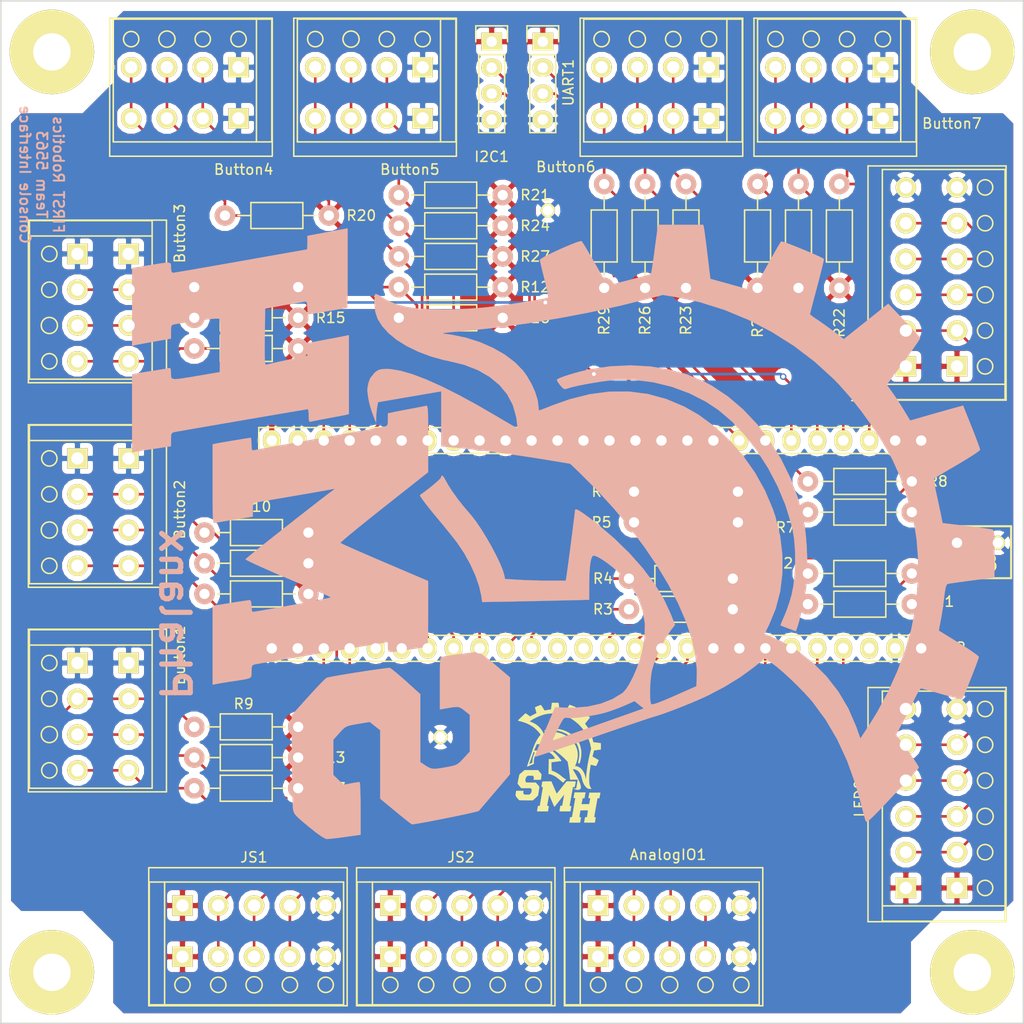
<source format=kicad_pcb>
(kicad_pcb (version 20171130) (host pcbnew "(5.1.9)-1")
  (layers (0 F.Cu signal) (31 B.Cu signal) (34 B.Paste user) (35 F.Paste user) (36 B.SilkS user) (37 F.SilkS user) (38 B.Mask user) (39 F.Mask user) (44 Edge.Cuts user))
  (net 0 "")
  (net 1 /GND)
  (net 2 /P0.7)
  (net 3 /VDD)
  (net 4 /P0.6)
  (net 5 /P3.2)
  (net 6 /P3.0)
  (net 7 /P3.1)
  (net 8 /P3.5)
  (net 9 /P3.3)
  (net 10 /P3.4)
  (net 11 /P2.7)
  (net 12 /P3.6)
  (net 13 /P3.7)
  (net 14 /P1.5)
  (net 15 /P1.7)
  (net 16 /P1.6)
  (net 17 /P1.2)
  (net 18 /P1.4)
  (net 19 /P1.3)
  (net 20 /P2.0)
  (net 21 /P2.3)
  (net 22 /P2.2)
  (net 23 /P2.4)
  (net 24 /P2.6)
  (net 25 /P2.5)
  (net 26 /SDA)
  (net 27 /SCL)
  (net 28 /TXD)
  (net 29 /RCV)
  (net 30 /P12.5)
  (net 31 /P12.4)
  (net 32 /P12.3)
  (net 33 /P12.2)
  (net 34 /P0.5)
  (net 35 /P0.4)
  (net 36 /P0.3)
  (net 37 /P0.2)
  (net 38 /P0.1)
  (net 39 /P0.0)
  (net 40 /P15.5)
  (net 41 /P15.4)
  (net 42 /P15.1)
  (net 43 /P15.0)
  (net 44 "Net-(LED0-Pad4)")
  (net 45 "Net-(LED0-Pad3)")
  (net 46 "Net-(LED0-Pad2)")
  (net 47 "Net-(LED1-Pad4)")
  (net 48 "Net-(LED1-Pad3)")
  (net 49 "Net-(LED1-Pad2)")
  (net 50 "Net-(LED0-Pad5)")
  (net 51 "Net-(LED1-Pad5)")
  (net 52 "Net-(AnalogIO1-Pad4)")
  (module Pin_Headers:Pin_Header_Straight_1x26 (layer F.Cu) (at 130 93 270)
    (fp_text reference J1 (at 0 -3) (layer F.SilkS))
    (fp_text value CONN_01X26 hide)
    (pad 1 thru_hole rect (at 0 0 270) (size 2.032 1.7272) (drill 1.016) (layers *.Cu *.Mask F.SilkS) (net 20 /P2.0))
    (pad 2 thru_hole oval (at 0 2.54 270) (size 2.032 1.7272) (drill 1.016) (layers *.Cu *.Mask F.SilkS))
    (pad 3 thru_hole oval (at 0 5.08 270) (size 2.032 1.7272) (drill 1.016) (layers *.Cu *.Mask F.SilkS) (net 22 /P2.2))
    (pad 4 thru_hole oval (at 0 7.62 270) (size 2.032 1.7272) (drill 1.016) (layers *.Cu *.Mask F.SilkS) (net 21 /P2.3))
    (pad 5 thru_hole oval (at 0 10.16 270) (size 2.032 1.7272) (drill 1.016) (layers *.Cu *.Mask F.SilkS) (net 23 /P2.4))
    (pad 6 thru_hole oval (at 0 12.7 270) (size 2.032 1.7272) (drill 1.016) (layers *.Cu *.Mask F.SilkS) (net 25 /P2.5))
    (pad 7 thru_hole oval (at 0 15.24 270) (size 2.032 1.7272) (drill 1.016) (layers *.Cu *.Mask F.SilkS) (net 24 /P2.6))
    (pad 8 thru_hole oval (at 0 17.78 270) (size 2.032 1.7272) (drill 1.016) (layers *.Cu *.Mask F.SilkS) (net 11 /P2.7))
    (pad 9 thru_hole oval (at 0 20.32 270) (size 2.032 1.7272) (drill 1.016) (layers *.Cu *.Mask F.SilkS) (net 28 /TXD))
    (pad 10 thru_hole oval (at 0 22.86 270) (size 2.032 1.7272) (drill 1.016) (layers *.Cu *.Mask F.SilkS) (net 29 /RCV))
    (pad 11 thru_hole oval (at 0 25.4 270) (size 2.032 1.7272) (drill 1.016) (layers *.Cu *.Mask F.SilkS) (net 30 /P12.5))
    (pad 12 thru_hole oval (at 0 27.94 270) (size 2.032 1.7272) (drill 1.016) (layers *.Cu *.Mask F.SilkS) (net 31 /P12.4))
    (pad 13 thru_hole oval (at 0 30.48 270) (size 2.032 1.7272) (drill 1.016) (layers *.Cu *.Mask F.SilkS) (net 32 /P12.3))
    (pad 14 thru_hole oval (at 0 33.02 270) (size 2.032 1.7272) (drill 1.016) (layers *.Cu *.Mask F.SilkS) (net 33 /P12.2))
    (pad 15 thru_hole oval (at 0 35.56 270) (size 2.032 1.7272) (drill 1.016) (layers *.Cu *.Mask F.SilkS) (net 26 /SDA))
    (pad 16 thru_hole oval (at 0 38.1 270) (size 2.032 1.7272) (drill 1.016) (layers *.Cu *.Mask F.SilkS) (net 27 /SCL))
    (pad 17 thru_hole oval (at 0 40.64 270) (size 2.032 1.7272) (drill 1.016) (layers *.Cu *.Mask F.SilkS))
    (pad 18 thru_hole oval (at 0 43.18 270) (size 2.032 1.7272) (drill 1.016) (layers *.Cu *.Mask F.SilkS))
    (pad 19 thru_hole oval (at 0 45.72 270) (size 2.032 1.7272) (drill 1.016) (layers *.Cu *.Mask F.SilkS) (net 17 /P1.2))
    (pad 20 thru_hole oval (at 0 48.26 270) (size 2.032 1.7272) (drill 1.016) (layers *.Cu *.Mask F.SilkS) (net 19 /P1.3))
    (pad 21 thru_hole oval (at 0 50.8 270) (size 2.032 1.7272) (drill 1.016) (layers *.Cu *.Mask F.SilkS) (net 18 /P1.4))
    (pad 22 thru_hole oval (at 0 53.34 270) (size 2.032 1.7272) (drill 1.016) (layers *.Cu *.Mask F.SilkS) (net 14 /P1.5))
    (pad 23 thru_hole oval (at 0 55.88 270) (size 2.032 1.7272) (drill 1.016) (layers *.Cu *.Mask F.SilkS) (net 16 /P1.6))
    (pad 24 thru_hole oval (at 0 58.42 270) (size 2.032 1.7272) (drill 1.016) (layers *.Cu *.Mask F.SilkS) (net 15 /P1.7))
    (pad 25 thru_hole oval (at 0 60.96 270) (size 2.032 1.7272) (drill 1.016) (layers *.Cu *.Mask F.SilkS) (net 1 /GND))
    (pad 26 thru_hole oval (at 0 63.5 270) (size 2.032 1.7272) (drill 1.016) (layers *.Cu *.Mask F.SilkS) (net 3 /VDD))
  )
  (module Pin_Headers:Pin_Header_Straight_1x26 (layer F.Cu) (at 130 113.32 270)
    (fp_text reference J2 (at -0.07 -3.5) (layer F.SilkS))
    (fp_text value CONN_01X26 hide)
    (pad 1 thru_hole rect (at 0 0 270) (size 2.032 1.7272) (drill 1.016) (layers *.Cu *.Mask F.SilkS) (net 3 /VDD))
    (pad 2 thru_hole oval (at 0 2.54 270) (size 2.032 1.7272) (drill 1.016) (layers *.Cu *.Mask F.SilkS) (net 1 /GND))
    (pad 3 thru_hole oval (at 0 5.08 270) (size 2.032 1.7272) (drill 1.016) (layers *.Cu *.Mask F.SilkS))
    (pad 4 thru_hole oval (at 0 7.62 270) (size 2.032 1.7272) (drill 1.016) (layers *.Cu *.Mask F.SilkS) (net 2 /P0.7))
    (pad 5 thru_hole oval (at 0 10.16 270) (size 2.032 1.7272) (drill 1.016) (layers *.Cu *.Mask F.SilkS) (net 4 /P0.6))
    (pad 6 thru_hole oval (at 0 12.7 270) (size 2.032 1.7272) (drill 1.016) (layers *.Cu *.Mask F.SilkS) (net 34 /P0.5))
    (pad 7 thru_hole oval (at 0 15.24 270) (size 2.032 1.7272) (drill 1.016) (layers *.Cu *.Mask F.SilkS) (net 35 /P0.4))
    (pad 8 thru_hole oval (at 0 17.78 270) (size 2.032 1.7272) (drill 1.016) (layers *.Cu *.Mask F.SilkS) (net 36 /P0.3))
    (pad 9 thru_hole oval (at 0 20.32 270) (size 2.032 1.7272) (drill 1.016) (layers *.Cu *.Mask F.SilkS) (net 37 /P0.2))
    (pad 10 thru_hole oval (at 0 22.86 270) (size 2.032 1.7272) (drill 1.016) (layers *.Cu *.Mask F.SilkS) (net 38 /P0.1))
    (pad 11 thru_hole oval (at 0 25.4 270) (size 2.032 1.7272) (drill 1.016) (layers *.Cu *.Mask F.SilkS) (net 39 /P0.0))
    (pad 12 thru_hole oval (at 0 27.94 270) (size 2.032 1.7272) (drill 1.016) (layers *.Cu *.Mask F.SilkS) (net 40 /P15.5))
    (pad 13 thru_hole oval (at 0 30.48 270) (size 2.032 1.7272) (drill 1.016) (layers *.Cu *.Mask F.SilkS) (net 41 /P15.4))
    (pad 14 thru_hole oval (at 0 33.02 270) (size 2.032 1.7272) (drill 1.016) (layers *.Cu *.Mask F.SilkS))
    (pad 15 thru_hole oval (at 0 35.56 270) (size 2.032 1.7272) (drill 1.016) (layers *.Cu *.Mask F.SilkS))
    (pad 16 thru_hole oval (at 0 38.1 270) (size 2.032 1.7272) (drill 1.016) (layers *.Cu *.Mask F.SilkS) (net 42 /P15.1))
    (pad 17 thru_hole oval (at 0 40.64 270) (size 2.032 1.7272) (drill 1.016) (layers *.Cu *.Mask F.SilkS) (net 43 /P15.0))
    (pad 18 thru_hole oval (at 0 43.18 270) (size 2.032 1.7272) (drill 1.016) (layers *.Cu *.Mask F.SilkS) (net 13 /P3.7))
    (pad 19 thru_hole oval (at 0 45.72 270) (size 2.032 1.7272) (drill 1.016) (layers *.Cu *.Mask F.SilkS) (net 12 /P3.6))
    (pad 20 thru_hole oval (at 0 48.26 270) (size 2.032 1.7272) (drill 1.016) (layers *.Cu *.Mask F.SilkS) (net 8 /P3.5))
    (pad 21 thru_hole oval (at 0 50.8 270) (size 2.032 1.7272) (drill 1.016) (layers *.Cu *.Mask F.SilkS) (net 10 /P3.4))
    (pad 22 thru_hole oval (at 0 53.34 270) (size 2.032 1.7272) (drill 1.016) (layers *.Cu *.Mask F.SilkS) (net 9 /P3.3))
    (pad 23 thru_hole oval (at 0 55.88 270) (size 2.032 1.7272) (drill 1.016) (layers *.Cu *.Mask F.SilkS) (net 5 /P3.2))
    (pad 24 thru_hole oval (at 0 58.42 270) (size 2.032 1.7272) (drill 1.016) (layers *.Cu *.Mask F.SilkS) (net 7 /P3.1))
    (pad 25 thru_hole oval (at 0 60.96 270) (size 2.032 1.7272) (drill 1.016) (layers *.Cu *.Mask F.SilkS) (net 6 /P3.0))
    (pad 26 thru_hole oval (at 0 63.5 270) (size 2.032 1.7272) (drill 1.016) (layers *.Cu *.Mask F.SilkS) (net 1 /GND))
  )
  (module Aglets:MH-No6-3p5 (layer F.Cu) (at 45 145)
    (fp_text reference B1 hide)
    (fp_text value HOLE hide)
    (pad 1 thru_hole circle (at 0 0) (size 8.255 8.255) (drill 3.6576) (layers *.Cu *.Mask F.SilkS))
  )
  (module Aglets:MH-No6-3p5 (layer F.Cu) (at 135 145)
    (fp_text reference B2 hide)
    (fp_text value HOLE hide)
    (pad 1 thru_hole circle (at 0 0) (size 8.255 8.255) (drill 3.6576) (layers *.Cu *.Mask F.SilkS))
  )
  (module Aglets:MH-No6-3p5 (layer F.Cu) (at 45 55)
    (fp_text reference B3 hide)
    (fp_text value HOLE hide)
    (pad 1 thru_hole circle (at 0 0) (size 8.255 8.255) (drill 3.6576) (layers *.Cu *.Mask F.SilkS))
  )
  (module Aglets:MH-No6-3p5 (layer F.Cu) (at 135 55)
    (fp_text reference B4 hide)
    (fp_text value HOLE hide)
    (pad 1 thru_hole circle (at 0 0) (size 8.255 8.255) (drill 3.6576) (layers *.Cu *.Mask F.SilkS))
  )
  (module Resistors_ThroughHole:Resistor_Horizontal_RM10mm (layer F.Cu) (at 124 109)
    (fp_text reference R1 (at 8.255 -0.254) (layer F.SilkS))
    (fp_text value 330)
    (pad 1 thru_hole circle (at -5.08 0) (size 1.99898 1.99898) (drill 1.00076) (layers *.Cu *.SilkS *.Mask) (net 40 /P15.5))
    (pad 2 thru_hole circle (at 5.08 0) (size 1.99898 1.99898) (drill 1.00076) (layers *.Cu *.SilkS *.Mask) (net 46 "Net-(LED0-Pad2)"))
  )
  (module Resistors_ThroughHole:Resistor_Horizontal_RM10mm (layer F.Cu) (at 124 106)
    (fp_text reference R2 (at -7.5 -1) (layer F.SilkS))
    (fp_text value 330)
    (pad 1 thru_hole circle (at -5.08 0) (size 1.99898 1.99898) (drill 1.00076) (layers *.Cu *.SilkS *.Mask) (net 41 /P15.4))
    (pad 2 thru_hole circle (at 5.08 0) (size 1.99898 1.99898) (drill 1.00076) (layers *.Cu *.SilkS *.Mask) (net 45 "Net-(LED0-Pad3)"))
  )
  (module Resistors_ThroughHole:Resistor_Horizontal_RM10mm (layer F.Cu) (at 106.5 109.5)
    (fp_text reference R3 (at -7.62 0) (layer F.SilkS))
    (fp_text value 330)
    (pad 1 thru_hole circle (at -5.08 0) (size 1.99898 1.99898) (drill 1.00076) (layers *.Cu *.SilkS *.Mask) (net 42 /P15.1))
    (pad 2 thru_hole circle (at 5.08 0) (size 1.99898 1.99898) (drill 1.00076) (layers *.Cu *.SilkS *.Mask) (net 44 "Net-(LED0-Pad4)"))
  )
  (module Resistors_ThroughHole:Resistor_Horizontal_RM10mm (layer F.Cu) (at 106.5 106.5)
    (fp_text reference R4 (at -7.62 0) (layer F.SilkS))
    (fp_text value 330)
    (pad 1 thru_hole circle (at -5.08 0) (size 1.99898 1.99898) (drill 1.00076) (layers *.Cu *.SilkS *.Mask) (net 43 /P15.0))
    (pad 2 thru_hole circle (at 5.08 0) (size 1.99898 1.99898) (drill 1.00076) (layers *.Cu *.SilkS *.Mask) (net 50 "Net-(LED0-Pad5)"))
  )
  (module Resistors_ThroughHole:Resistor_Horizontal_RM10mm (layer F.Cu) (at 107 101)
    (fp_text reference R5 (at -8.255 0) (layer F.SilkS))
    (fp_text value 330)
    (pad 1 thru_hole circle (at -5.08 0) (size 1.99898 1.99898) (drill 1.00076) (layers *.Cu *.SilkS *.Mask) (net 33 /P12.2))
    (pad 2 thru_hole circle (at 5.08 0) (size 1.99898 1.99898) (drill 1.00076) (layers *.Cu *.SilkS *.Mask) (net 49 "Net-(LED1-Pad2)"))
  )
  (module Resistors_ThroughHole:Resistor_Horizontal_RM10mm (layer F.Cu) (at 107 98)
    (fp_text reference R6 (at -8.255 0) (layer F.SilkS))
    (fp_text value 330)
    (pad 1 thru_hole circle (at -5.08 0) (size 1.99898 1.99898) (drill 1.00076) (layers *.Cu *.SilkS *.Mask) (net 32 /P12.3))
    (pad 2 thru_hole circle (at 5.08 0) (size 1.99898 1.99898) (drill 1.00076) (layers *.Cu *.SilkS *.Mask) (net 48 "Net-(LED1-Pad3)"))
  )
  (module Resistors_ThroughHole:Resistor_Horizontal_RM10mm (layer F.Cu) (at 124 100)
    (fp_text reference R7 (at -7.25 1.5) (layer F.SilkS))
    (fp_text value 330)
    (pad 1 thru_hole circle (at -5.08 0) (size 1.99898 1.99898) (drill 1.00076) (layers *.Cu *.SilkS *.Mask) (net 31 /P12.4))
    (pad 2 thru_hole circle (at 5.08 0) (size 1.99898 1.99898) (drill 1.00076) (layers *.Cu *.SilkS *.Mask) (net 47 "Net-(LED1-Pad4)"))
  )
  (module Resistors_ThroughHole:Resistor_Horizontal_RM10mm (layer F.Cu) (at 124 97)
    (fp_text reference R8 (at 7.62 0) (layer F.SilkS))
    (fp_text value 330)
    (pad 1 thru_hole circle (at -5.08 0) (size 1.99898 1.99898) (drill 1.00076) (layers *.Cu *.SilkS *.Mask) (net 30 /P12.5))
    (pad 2 thru_hole circle (at 5.08 0) (size 1.99898 1.99898) (drill 1.00076) (layers *.Cu *.SilkS *.Mask) (net 51 "Net-(LED1-Pad5)"))
  )
  (module Resistors_ThroughHole:Resistor_Horizontal_RM10mm (layer F.Cu) (at 64 121 180)
    (fp_text reference R9 (at 0.25 2.25 180) (layer F.SilkS))
    (fp_text value 4.7K)
    (pad 1 thru_hole circle (at -5.08 0 180) (size 1.99898 1.99898) (drill 1.00076) (layers *.Cu *.SilkS *.Mask) (net 3 /VDD))
    (pad 2 thru_hole circle (at 5.08 0 180) (size 1.99898 1.99898) (drill 1.00076) (layers *.Cu *.SilkS *.Mask) (net 5 /P3.2))
  )
  (module Resistors_ThroughHole:Resistor_Horizontal_RM10mm (layer F.Cu) (at 65 102 180)
    (fp_text reference R10 (at 0 2.54 180) (layer F.SilkS))
    (fp_text value 4.7K)
    (pad 1 thru_hole circle (at -5.08 0 180) (size 1.99898 1.99898) (drill 1.00076) (layers *.Cu *.SilkS *.Mask) (net 3 /VDD))
    (pad 2 thru_hole circle (at 5.08 0 180) (size 1.99898 1.99898) (drill 1.00076) (layers *.Cu *.SilkS *.Mask) (net 8 /P3.5))
  )
  (module Resistors_ThroughHole:Resistor_Horizontal_RM10mm (layer F.Cu) (at 64 78 180)
    (fp_text reference R11 (at -8.255 0 180) (layer F.SilkS))
    (fp_text value 4.7K)
    (pad 1 thru_hole circle (at -5.08 0 180) (size 1.99898 1.99898) (drill 1.00076) (layers *.Cu *.SilkS *.Mask) (net 3 /VDD))
    (pad 2 thru_hole circle (at 5.08 0 180) (size 1.99898 1.99898) (drill 1.00076) (layers *.Cu *.SilkS *.Mask) (net 23 /P2.4))
  )
  (module Resistors_ThroughHole:Resistor_Horizontal_RM10mm (layer F.Cu) (at 84 78 180)
    (fp_text reference R12 (at -8.255 0 180) (layer F.SilkS))
    (fp_text value 4.7K)
    (pad 1 thru_hole circle (at -5.08 0 180) (size 1.99898 1.99898) (drill 1.00076) (layers *.Cu *.SilkS *.Mask) (net 3 /VDD))
    (pad 2 thru_hole circle (at 5.08 0 180) (size 1.99898 1.99898) (drill 1.00076) (layers *.Cu *.SilkS *.Mask) (net 14 /P1.5))
  )
  (module Resistors_ThroughHole:Resistor_Horizontal_RM10mm (layer F.Cu) (at 64 124 180)
    (fp_text reference R13 (at -8.255 0 180) (layer F.SilkS))
    (fp_text value 4.7K)
    (pad 1 thru_hole circle (at -5.08 0 180) (size 1.99898 1.99898) (drill 1.00076) (layers *.Cu *.SilkS *.Mask) (net 3 /VDD))
    (pad 2 thru_hole circle (at 5.08 0 180) (size 1.99898 1.99898) (drill 1.00076) (layers *.Cu *.SilkS *.Mask) (net 7 /P3.1))
  )
  (module Resistors_ThroughHole:Resistor_Horizontal_RM10mm (layer F.Cu) (at 65 105 180)
    (fp_text reference R14 (at -8.25 0.25) (layer F.SilkS))
    (fp_text value 4.7K)
    (pad 1 thru_hole circle (at -5.08 0 180) (size 1.99898 1.99898) (drill 1.00076) (layers *.Cu *.SilkS *.Mask) (net 3 /VDD))
    (pad 2 thru_hole circle (at 5.08 0 180) (size 1.99898 1.99898) (drill 1.00076) (layers *.Cu *.SilkS *.Mask) (net 10 /P3.4))
  )
  (module Resistors_ThroughHole:Resistor_Horizontal_RM10mm (layer F.Cu) (at 64 81 180)
    (fp_text reference R15 (at -8.255 0 180) (layer F.SilkS))
    (fp_text value 4.7K)
    (pad 1 thru_hole circle (at -5.08 0 180) (size 1.99898 1.99898) (drill 1.00076) (layers *.Cu *.SilkS *.Mask) (net 3 /VDD))
    (pad 2 thru_hole circle (at 5.08 0 180) (size 1.99898 1.99898) (drill 1.00076) (layers *.Cu *.SilkS *.Mask) (net 13 /P3.7))
  )
  (module Resistors_ThroughHole:Resistor_Horizontal_RM10mm (layer F.Cu) (at 84 81 180)
    (fp_text reference R16 (at -8.255 0) (layer F.SilkS))
    (fp_text value 4.7K)
    (pad 1 thru_hole circle (at -5.08 0 180) (size 1.99898 1.99898) (drill 1.00076) (layers *.Cu *.SilkS *.Mask) (net 3 /VDD))
    (pad 2 thru_hole circle (at 5.08 0 180) (size 1.99898 1.99898) (drill 1.00076) (layers *.Cu *.SilkS *.Mask) (net 16 /P1.6))
  )
  (module Resistors_ThroughHole:Resistor_Horizontal_RM10mm (layer F.Cu) (at 64 127 180)
    (fp_text reference R17 (at -8.255 0 180) (layer F.SilkS))
    (fp_text value 4.7K)
    (pad 1 thru_hole circle (at -5.08 0 180) (size 1.99898 1.99898) (drill 1.00076) (layers *.Cu *.SilkS *.Mask) (net 3 /VDD))
    (pad 2 thru_hole circle (at 5.08 0 180) (size 1.99898 1.99898) (drill 1.00076) (layers *.Cu *.SilkS *.Mask) (net 6 /P3.0))
  )
  (module Resistors_ThroughHole:Resistor_Horizontal_RM10mm (layer F.Cu) (at 65 108 180)
    (fp_text reference R18 (at 0 -2.54 180) (layer F.SilkS))
    (fp_text value 4.7K)
    (pad 1 thru_hole circle (at -5.08 0 180) (size 1.99898 1.99898) (drill 1.00076) (layers *.Cu *.SilkS *.Mask) (net 3 /VDD))
    (pad 2 thru_hole circle (at 5.08 0 180) (size 1.99898 1.99898) (drill 1.00076) (layers *.Cu *.SilkS *.Mask) (net 9 /P3.3))
  )
  (module Resistors_ThroughHole:Resistor_Horizontal_RM10mm (layer F.Cu) (at 64 84 180)
    (fp_text reference R19 (at -8.255 0 180) (layer F.SilkS))
    (fp_text value 4.7K)
    (pad 1 thru_hole circle (at -5.08 0 180) (size 1.99898 1.99898) (drill 1.00076) (layers *.Cu *.SilkS *.Mask) (net 3 /VDD))
    (pad 2 thru_hole circle (at 5.08 0 180) (size 1.99898 1.99898) (drill 1.00076) (layers *.Cu *.SilkS *.Mask) (net 12 /P3.6))
  )
  (module Resistors_ThroughHole:Resistor_Horizontal_RM10mm (layer F.Cu) (at 67 71 180)
    (fp_text reference R20 (at -8.255 0 180) (layer F.SilkS))
    (fp_text value 4.7K)
    (pad 1 thru_hole circle (at -5.08 0 180) (size 1.99898 1.99898) (drill 1.00076) (layers *.Cu *.SilkS *.Mask) (net 3 /VDD))
    (pad 2 thru_hole circle (at 5.08 0 180) (size 1.99898 1.99898) (drill 1.00076) (layers *.Cu *.SilkS *.Mask) (net 15 /P1.7))
  )
  (module Resistors_ThroughHole:Resistor_Horizontal_RM10mm (layer F.Cu) (at 84 69 180)
    (fp_text reference R21 (at -8.255 0 180) (layer F.SilkS))
    (fp_text value 4.7K)
    (pad 1 thru_hole circle (at -5.08 0 180) (size 1.99898 1.99898) (drill 1.00076) (layers *.Cu *.SilkS *.Mask) (net 3 /VDD))
    (pad 2 thru_hole circle (at 5.08 0 180) (size 1.99898 1.99898) (drill 1.00076) (layers *.Cu *.SilkS *.Mask) (net 17 /P1.2))
  )
  (module Resistors_ThroughHole:Resistor_Horizontal_RM10mm (layer F.Cu) (at 122 73 90)
    (fp_text reference R22 (at -8.5 0 90) (layer F.SilkS))
    (fp_text value 4.7K)
    (pad 1 thru_hole circle (at -5.08 0 90) (size 1.99898 1.99898) (drill 1.00076) (layers *.Cu *.SilkS *.Mask) (net 3 /VDD))
    (pad 2 thru_hole circle (at 5.08 0 90) (size 1.99898 1.99898) (drill 1.00076) (layers *.Cu *.SilkS *.Mask) (net 20 /P2.0))
  )
  (module Resistors_ThroughHole:Resistor_Horizontal_RM10mm (layer F.Cu) (at 107 73 90)
    (fp_text reference R23 (at -8.255 0 90) (layer F.SilkS))
    (fp_text value 4.7K)
    (pad 1 thru_hole circle (at -5.08 0 90) (size 1.99898 1.99898) (drill 1.00076) (layers *.Cu *.SilkS *.Mask) (net 3 /VDD))
    (pad 2 thru_hole circle (at 5.08 0 90) (size 1.99898 1.99898) (drill 1.00076) (layers *.Cu *.SilkS *.Mask) (net 25 /P2.5))
  )
  (module Resistors_ThroughHole:Resistor_Horizontal_RM10mm (layer F.Cu) (at 84 72 180)
    (fp_text reference R24 (at -8.255 0 180) (layer F.SilkS))
    (fp_text value 4.7K)
    (pad 1 thru_hole circle (at -5.08 0 180) (size 1.99898 1.99898) (drill 1.00076) (layers *.Cu *.SilkS *.Mask) (net 3 /VDD))
    (pad 2 thru_hole circle (at 5.08 0 180) (size 1.99898 1.99898) (drill 1.00076) (layers *.Cu *.SilkS *.Mask) (net 19 /P1.3))
  )
  (module Resistors_ThroughHole:Resistor_Horizontal_RM10mm (layer F.Cu) (at 118 73 90)
    (fp_text reference R25 (at -8.5 0 90) (layer F.SilkS))
    (fp_text value 4.7K)
    (pad 1 thru_hole circle (at -5.08 0 90) (size 1.99898 1.99898) (drill 1.00076) (layers *.Cu *.SilkS *.Mask) (net 3 /VDD))
    (pad 2 thru_hole circle (at 5.08 0 90) (size 1.99898 1.99898) (drill 1.00076) (layers *.Cu *.SilkS *.Mask) (net 22 /P2.2))
  )
  (module Resistors_ThroughHole:Resistor_Horizontal_RM10mm (layer F.Cu) (at 103 73 90)
    (fp_text reference R26 (at -8.255 0 90) (layer F.SilkS))
    (fp_text value 4.7K)
    (pad 1 thru_hole circle (at -5.08 0 90) (size 1.99898 1.99898) (drill 1.00076) (layers *.Cu *.SilkS *.Mask) (net 3 /VDD))
    (pad 2 thru_hole circle (at 5.08 0 90) (size 1.99898 1.99898) (drill 1.00076) (layers *.Cu *.SilkS *.Mask) (net 24 /P2.6))
  )
  (module Resistors_ThroughHole:Resistor_Horizontal_RM10mm (layer F.Cu) (at 84 75 180)
    (fp_text reference R27 (at -8.255 0 180) (layer F.SilkS))
    (fp_text value 4.7K)
    (pad 1 thru_hole circle (at -5.08 0 180) (size 1.99898 1.99898) (drill 1.00076) (layers *.Cu *.SilkS *.Mask) (net 3 /VDD))
    (pad 2 thru_hole circle (at 5.08 0 180) (size 1.99898 1.99898) (drill 1.00076) (layers *.Cu *.SilkS *.Mask) (net 18 /P1.4))
  )
  (module Resistors_ThroughHole:Resistor_Horizontal_RM10mm (layer F.Cu) (at 114 73 90)
    (fp_text reference R28 (at -8.5 0 90) (layer F.SilkS))
    (fp_text value 4.7K)
    (pad 1 thru_hole circle (at -5.08 0 90) (size 1.99898 1.99898) (drill 1.00076) (layers *.Cu *.SilkS *.Mask) (net 3 /VDD))
    (pad 2 thru_hole circle (at 5.08 0 90) (size 1.99898 1.99898) (drill 1.00076) (layers *.Cu *.SilkS *.Mask) (net 21 /P2.3))
  )
  (module Resistors_ThroughHole:Resistor_Horizontal_RM10mm (layer F.Cu) (at 99 73 90)
    (fp_text reference R29 (at -8.255 0 90) (layer F.SilkS))
    (fp_text value 4.7K)
    (pad 1 thru_hole circle (at -5.08 0 90) (size 1.99898 1.99898) (drill 1.00076) (layers *.Cu *.SilkS *.Mask) (net 3 /VDD))
    (pad 2 thru_hole circle (at 5.08 0 90) (size 1.99898 1.99898) (drill 1.00076) (layers *.Cu *.SilkS *.Mask) (net 11 /P2.7))
  )
  (module Aglets:PTSA-5 (layer F.Cu) (at 105.41 140.97)
    (fp_text reference AnalogIO1 (at -0.16 -7.47) (layer F.SilkS))
    (fp_text value CONN_01X05)
    (pad 1 thru_hole rect (at -7 2.5) (size 2 2) (drill 1.2) (layers *.Cu *.Mask F.SilkS) (net 3 /VDD))
    (pad 1 thru_hole rect (at -7 -2.5) (size 2 2) (drill 1.2) (layers *.Cu *.Mask F.SilkS) (net 3 /VDD))
    (pad 2 thru_hole circle (at -3.5 2.5) (size 2 2) (drill 1.2) (layers *.Cu *.Mask F.SilkS) (net 4 /P0.6))
    (pad 2 thru_hole circle (at -3.5 -2.5) (size 2 2) (drill 1.2) (layers *.Cu *.Mask F.SilkS) (net 4 /P0.6))
    (pad 3 thru_hole circle (at 0 2.5) (size 2 2) (drill 1.2) (layers *.Cu *.Mask F.SilkS) (net 2 /P0.7))
    (pad 3 thru_hole circle (at 0 -2.5) (size 2 2) (drill 1.2) (layers *.Cu *.Mask F.SilkS) (net 2 /P0.7))
    (pad 4 thru_hole circle (at 3.5 2.5) (size 2 2) (drill 1.2) (layers *.Cu *.Mask F.SilkS) (net 52 "Net-(AnalogIO1-Pad4)"))
    (pad 4 thru_hole circle (at 3.5 -2.5) (size 2 2) (drill 1.2) (layers *.Cu *.Mask F.SilkS) (net 52 "Net-(AnalogIO1-Pad4)"))
    (pad 5 thru_hole circle (at 7 2.5) (size 2 2) (drill 1.2) (layers *.Cu *.Mask F.SilkS) (net 1 /GND))
    (pad 5 thru_hole circle (at 7 -2.5) (size 2 2) (drill 1.2) (layers *.Cu *.Mask F.SilkS) (net 1 /GND))
  )
  (module Aglets:PTSA-4 (layer F.Cu) (at 50 120 270)
    (fp_text reference Button1 (at -6 -7.5 270) (layer F.SilkS))
    (fp_text value CONN_01X04)
    (pad 1 thru_hole rect (at -5.25 2.5 270) (size 2 2) (drill 1.2) (layers *.Cu *.Mask F.SilkS) (net 1 /GND))
    (pad 1 thru_hole rect (at -5.25 -2.5 270) (size 2 2) (drill 1.2) (layers *.Cu *.Mask F.SilkS) (net 1 /GND))
    (pad 2 thru_hole circle (at -1.75 2.5 270) (size 2 2) (drill 1.2) (layers *.Cu *.Mask F.SilkS) (net 5 /P3.2))
    (pad 2 thru_hole circle (at -1.75 -2.5 270) (size 2 2) (drill 1.2) (layers *.Cu *.Mask F.SilkS) (net 5 /P3.2))
    (pad 3 thru_hole circle (at 1.75 2.5 270) (size 2 2) (drill 1.2) (layers *.Cu *.Mask F.SilkS) (net 7 /P3.1))
    (pad 3 thru_hole circle (at 1.75 -2.5 270) (size 2 2) (drill 1.2) (layers *.Cu *.Mask F.SilkS) (net 7 /P3.1))
    (pad 4 thru_hole circle (at 5.25 2.5 270) (size 2 2) (drill 1.2) (layers *.Cu *.Mask F.SilkS) (net 6 /P3.0))
    (pad 4 thru_hole circle (at 5.25 -2.5 270) (size 2 2) (drill 1.2) (layers *.Cu *.Mask F.SilkS) (net 6 /P3.0))
  )
  (module Aglets:PTSA-4 (layer F.Cu) (at 50 100 270)
    (fp_text reference Button2 (at -0.25 -7.5 270) (layer F.SilkS))
    (fp_text value CONN_01X04)
    (pad 1 thru_hole rect (at -5.25 2.5 270) (size 2 2) (drill 1.2) (layers *.Cu *.Mask F.SilkS) (net 1 /GND))
    (pad 1 thru_hole rect (at -5.25 -2.5 270) (size 2 2) (drill 1.2) (layers *.Cu *.Mask F.SilkS) (net 1 /GND))
    (pad 2 thru_hole circle (at -1.75 2.5 270) (size 2 2) (drill 1.2) (layers *.Cu *.Mask F.SilkS) (net 8 /P3.5))
    (pad 2 thru_hole circle (at -1.75 -2.5 270) (size 2 2) (drill 1.2) (layers *.Cu *.Mask F.SilkS) (net 8 /P3.5))
    (pad 3 thru_hole circle (at 1.75 2.5 270) (size 2 2) (drill 1.2) (layers *.Cu *.Mask F.SilkS) (net 10 /P3.4))
    (pad 3 thru_hole circle (at 1.75 -2.5 270) (size 2 2) (drill 1.2) (layers *.Cu *.Mask F.SilkS) (net 10 /P3.4))
    (pad 4 thru_hole circle (at 5.25 2.5 270) (size 2 2) (drill 1.2) (layers *.Cu *.Mask F.SilkS) (net 9 /P3.3))
    (pad 4 thru_hole circle (at 5.25 -2.5 270) (size 2 2) (drill 1.2) (layers *.Cu *.Mask F.SilkS) (net 9 /P3.3))
  )
  (module Aglets:PTSA-4 (layer F.Cu) (at 50 80 270)
    (fp_text reference Button3 (at -7.25 -7.5 270) (layer F.SilkS))
    (fp_text value CONN_01X04)
    (pad 1 thru_hole rect (at -5.25 2.5 270) (size 2 2) (drill 1.2) (layers *.Cu *.Mask F.SilkS) (net 1 /GND))
    (pad 1 thru_hole rect (at -5.25 -2.5 270) (size 2 2) (drill 1.2) (layers *.Cu *.Mask F.SilkS) (net 1 /GND))
    (pad 2 thru_hole circle (at -1.75 2.5 270) (size 2 2) (drill 1.2) (layers *.Cu *.Mask F.SilkS) (net 23 /P2.4))
    (pad 2 thru_hole circle (at -1.75 -2.5 270) (size 2 2) (drill 1.2) (layers *.Cu *.Mask F.SilkS) (net 23 /P2.4))
    (pad 3 thru_hole circle (at 1.75 2.5 270) (size 2 2) (drill 1.2) (layers *.Cu *.Mask F.SilkS) (net 13 /P3.7))
    (pad 3 thru_hole circle (at 1.75 -2.5 270) (size 2 2) (drill 1.2) (layers *.Cu *.Mask F.SilkS) (net 13 /P3.7))
    (pad 4 thru_hole circle (at 5.25 2.5 270) (size 2 2) (drill 1.2) (layers *.Cu *.Mask F.SilkS) (net 12 /P3.6))
    (pad 4 thru_hole circle (at 5.25 -2.5 270) (size 2 2) (drill 1.2) (layers *.Cu *.Mask F.SilkS) (net 12 /P3.6))
  )
  (module Aglets:PTSA-4 (layer F.Cu) (at 58 59 180)
    (fp_text reference Button4 (at -5.75 -7.5 180) (layer F.SilkS))
    (fp_text value CONN_01X04)
    (pad 1 thru_hole rect (at -5.25 2.5 180) (size 2 2) (drill 1.2) (layers *.Cu *.Mask F.SilkS) (net 1 /GND))
    (pad 1 thru_hole rect (at -5.25 -2.5 180) (size 2 2) (drill 1.2) (layers *.Cu *.Mask F.SilkS) (net 1 /GND))
    (pad 2 thru_hole circle (at -1.75 2.5 180) (size 2 2) (drill 1.2) (layers *.Cu *.Mask F.SilkS) (net 14 /P1.5))
    (pad 2 thru_hole circle (at -1.75 -2.5 180) (size 2 2) (drill 1.2) (layers *.Cu *.Mask F.SilkS) (net 14 /P1.5))
    (pad 3 thru_hole circle (at 1.75 2.5 180) (size 2 2) (drill 1.2) (layers *.Cu *.Mask F.SilkS) (net 16 /P1.6))
    (pad 3 thru_hole circle (at 1.75 -2.5 180) (size 2 2) (drill 1.2) (layers *.Cu *.Mask F.SilkS) (net 16 /P1.6))
    (pad 4 thru_hole circle (at 5.25 2.5 180) (size 2 2) (drill 1.2) (layers *.Cu *.Mask F.SilkS) (net 15 /P1.7))
    (pad 4 thru_hole circle (at 5.25 -2.5 180) (size 2 2) (drill 1.2) (layers *.Cu *.Mask F.SilkS) (net 15 /P1.7))
  )
  (module Aglets:PTSA-4 (layer F.Cu) (at 76 59 180)
    (fp_text reference Button5 (at -4 -7.5 180) (layer F.SilkS))
    (fp_text value CONN_01X04)
    (pad 1 thru_hole rect (at -5.25 2.5 180) (size 2 2) (drill 1.2) (layers *.Cu *.Mask F.SilkS) (net 1 /GND))
    (pad 1 thru_hole rect (at -5.25 -2.5 180) (size 2 2) (drill 1.2) (layers *.Cu *.Mask F.SilkS) (net 1 /GND))
    (pad 2 thru_hole circle (at -1.75 2.5 180) (size 2 2) (drill 1.2) (layers *.Cu *.Mask F.SilkS) (net 17 /P1.2))
    (pad 2 thru_hole circle (at -1.75 -2.5 180) (size 2 2) (drill 1.2) (layers *.Cu *.Mask F.SilkS) (net 17 /P1.2))
    (pad 3 thru_hole circle (at 1.75 2.5 180) (size 2 2) (drill 1.2) (layers *.Cu *.Mask F.SilkS) (net 19 /P1.3))
    (pad 3 thru_hole circle (at 1.75 -2.5 180) (size 2 2) (drill 1.2) (layers *.Cu *.Mask F.SilkS) (net 19 /P1.3))
    (pad 4 thru_hole circle (at 5.25 2.5 180) (size 2 2) (drill 1.2) (layers *.Cu *.Mask F.SilkS) (net 18 /P1.4))
    (pad 4 thru_hole circle (at 5.25 -2.5 180) (size 2 2) (drill 1.2) (layers *.Cu *.Mask F.SilkS) (net 18 /P1.4))
  )
  (module Aglets:PTSA-4 (layer F.Cu) (at 104 59 180)
    (fp_text reference Button6 (at 8.75 -7.25 180) (layer F.SilkS))
    (fp_text value CONN_01X04)
    (pad 1 thru_hole rect (at -5.25 2.5 180) (size 2 2) (drill 1.2) (layers *.Cu *.Mask F.SilkS) (net 1 /GND))
    (pad 1 thru_hole rect (at -5.25 -2.5 180) (size 2 2) (drill 1.2) (layers *.Cu *.Mask F.SilkS) (net 1 /GND))
    (pad 2 thru_hole circle (at -1.75 2.5 180) (size 2 2) (drill 1.2) (layers *.Cu *.Mask F.SilkS) (net 25 /P2.5))
    (pad 2 thru_hole circle (at -1.75 -2.5 180) (size 2 2) (drill 1.2) (layers *.Cu *.Mask F.SilkS) (net 25 /P2.5))
    (pad 3 thru_hole circle (at 1.75 2.5 180) (size 2 2) (drill 1.2) (layers *.Cu *.Mask F.SilkS) (net 24 /P2.6))
    (pad 3 thru_hole circle (at 1.75 -2.5 180) (size 2 2) (drill 1.2) (layers *.Cu *.Mask F.SilkS) (net 24 /P2.6))
    (pad 4 thru_hole circle (at 5.25 2.5 180) (size 2 2) (drill 1.2) (layers *.Cu *.Mask F.SilkS) (net 11 /P2.7))
    (pad 4 thru_hole circle (at 5.25 -2.5 180) (size 2 2) (drill 1.2) (layers *.Cu *.Mask F.SilkS) (net 11 /P2.7))
  )
  (module Aglets:PTSA-4 (layer F.Cu) (at 121 59 180)
    (fp_text reference Button7 (at -12 -3 180) (layer F.SilkS))
    (fp_text value CONN_01X04)
    (pad 1 thru_hole rect (at -5.25 2.5 180) (size 2 2) (drill 1.2) (layers *.Cu *.Mask F.SilkS) (net 1 /GND))
    (pad 1 thru_hole rect (at -5.25 -2.5 180) (size 2 2) (drill 1.2) (layers *.Cu *.Mask F.SilkS) (net 1 /GND))
    (pad 2 thru_hole circle (at -1.75 2.5 180) (size 2 2) (drill 1.2) (layers *.Cu *.Mask F.SilkS) (net 20 /P2.0))
    (pad 2 thru_hole circle (at -1.75 -2.5 180) (size 2 2) (drill 1.2) (layers *.Cu *.Mask F.SilkS) (net 20 /P2.0))
    (pad 3 thru_hole circle (at 1.75 2.5 180) (size 2 2) (drill 1.2) (layers *.Cu *.Mask F.SilkS) (net 22 /P2.2))
    (pad 3 thru_hole circle (at 1.75 -2.5 180) (size 2 2) (drill 1.2) (layers *.Cu *.Mask F.SilkS) (net 22 /P2.2))
    (pad 4 thru_hole circle (at 5.25 2.5 180) (size 2 2) (drill 1.2) (layers *.Cu *.Mask F.SilkS) (net 21 /P2.3))
    (pad 4 thru_hole circle (at 5.25 -2.5 180) (size 2 2) (drill 1.2) (layers *.Cu *.Mask F.SilkS) (net 21 /P2.3))
  )
  (module Aglets:PTSA-5 (layer F.Cu) (at 64.77 140.97)
    (fp_text reference JS1 (at -0.02 -7.22) (layer F.SilkS))
    (fp_text value CONN_01X05)
    (pad 1 thru_hole rect (at -7 2.5) (size 2 2) (drill 1.2) (layers *.Cu *.Mask F.SilkS) (net 3 /VDD))
    (pad 1 thru_hole rect (at -7 -2.5) (size 2 2) (drill 1.2) (layers *.Cu *.Mask F.SilkS) (net 3 /VDD))
    (pad 2 thru_hole circle (at -3.5 2.5) (size 2 2) (drill 1.2) (layers *.Cu *.Mask F.SilkS) (net 39 /P0.0))
    (pad 2 thru_hole circle (at -3.5 -2.5) (size 2 2) (drill 1.2) (layers *.Cu *.Mask F.SilkS) (net 39 /P0.0))
    (pad 3 thru_hole circle (at 0 2.5) (size 2 2) (drill 1.2) (layers *.Cu *.Mask F.SilkS) (net 38 /P0.1))
    (pad 3 thru_hole circle (at 0 -2.5) (size 2 2) (drill 1.2) (layers *.Cu *.Mask F.SilkS) (net 38 /P0.1))
    (pad 4 thru_hole circle (at 3.5 2.5) (size 2 2) (drill 1.2) (layers *.Cu *.Mask F.SilkS) (net 37 /P0.2))
    (pad 4 thru_hole circle (at 3.5 -2.5) (size 2 2) (drill 1.2) (layers *.Cu *.Mask F.SilkS) (net 37 /P0.2))
    (pad 5 thru_hole circle (at 7 2.5) (size 2 2) (drill 1.2) (layers *.Cu *.Mask F.SilkS) (net 1 /GND))
    (pad 5 thru_hole circle (at 7 -2.5) (size 2 2) (drill 1.2) (layers *.Cu *.Mask F.SilkS) (net 1 /GND))
  )
  (module Aglets:PTSA-5 (layer F.Cu) (at 85.09 140.97)
    (fp_text reference JS2 (at -0.09 -7.22) (layer F.SilkS))
    (fp_text value CONN_01X05)
    (pad 1 thru_hole rect (at -7 2.5) (size 2 2) (drill 1.2) (layers *.Cu *.Mask F.SilkS) (net 3 /VDD))
    (pad 1 thru_hole rect (at -7 -2.5) (size 2 2) (drill 1.2) (layers *.Cu *.Mask F.SilkS) (net 3 /VDD))
    (pad 2 thru_hole circle (at -3.5 2.5) (size 2 2) (drill 1.2) (layers *.Cu *.Mask F.SilkS) (net 36 /P0.3))
    (pad 2 thru_hole circle (at -3.5 -2.5) (size 2 2) (drill 1.2) (layers *.Cu *.Mask F.SilkS) (net 36 /P0.3))
    (pad 3 thru_hole circle (at 0 2.5) (size 2 2) (drill 1.2) (layers *.Cu *.Mask F.SilkS) (net 35 /P0.4))
    (pad 3 thru_hole circle (at 0 -2.5) (size 2 2) (drill 1.2) (layers *.Cu *.Mask F.SilkS) (net 35 /P0.4))
    (pad 4 thru_hole circle (at 3.5 2.5) (size 2 2) (drill 1.2) (layers *.Cu *.Mask F.SilkS) (net 34 /P0.5))
    (pad 4 thru_hole circle (at 3.5 -2.5) (size 2 2) (drill 1.2) (layers *.Cu *.Mask F.SilkS) (net 34 /P0.5))
    (pad 5 thru_hole circle (at 7 2.5) (size 2 2) (drill 1.2) (layers *.Cu *.Mask F.SilkS) (net 1 /GND))
    (pad 5 thru_hole circle (at 7 -2.5) (size 2 2) (drill 1.2) (layers *.Cu *.Mask F.SilkS) (net 1 /GND))
  )
  (module Aglets:PTSA-6 (layer F.Cu) (at 131 128 90)
    (fp_text reference LED0 (at 0 -7 90) (layer F.SilkS))
    (fp_text value CONN_01X06)
    (pad 1 thru_hole rect (at -8.75 2.5 90) (size 2 2) (drill 1.2) (layers *.Cu *.Mask F.SilkS) (net 3 /VDD))
    (pad 1 thru_hole rect (at -8.75 -2.5 90) (size 2 2) (drill 1.2) (layers *.Cu *.Mask F.SilkS) (net 3 /VDD))
    (pad 2 thru_hole circle (at -5.25 2.5 90) (size 2 2) (drill 1.2) (layers *.Cu *.Mask F.SilkS) (net 46 "Net-(LED0-Pad2)"))
    (pad 2 thru_hole circle (at -5.25 -2.5 90) (size 2 2) (drill 1.2) (layers *.Cu *.Mask F.SilkS) (net 46 "Net-(LED0-Pad2)"))
    (pad 3 thru_hole circle (at -1.75 2.5 90) (size 2 2) (drill 1.2) (layers *.Cu *.Mask F.SilkS) (net 45 "Net-(LED0-Pad3)"))
    (pad 3 thru_hole circle (at -1.75 -2.5 90) (size 2 2) (drill 1.2) (layers *.Cu *.Mask F.SilkS) (net 45 "Net-(LED0-Pad3)"))
    (pad 4 thru_hole circle (at 1.75 2.5 90) (size 2 2) (drill 1.2) (layers *.Cu *.Mask F.SilkS) (net 44 "Net-(LED0-Pad4)"))
    (pad 4 thru_hole circle (at 1.75 -2.5 90) (size 2 2) (drill 1.2) (layers *.Cu *.Mask F.SilkS) (net 44 "Net-(LED0-Pad4)"))
    (pad 5 thru_hole circle (at 5.25 2.5 90) (size 2 2) (drill 1.2) (layers *.Cu *.Mask F.SilkS) (net 50 "Net-(LED0-Pad5)"))
    (pad 5 thru_hole circle (at 5.25 -2.5 90) (size 2 2) (drill 1.2) (layers *.Cu *.Mask F.SilkS) (net 50 "Net-(LED0-Pad5)"))
    (pad 6 thru_hole circle (at 8.75 2.5 90) (size 2 2) (drill 1.2) (layers *.Cu *.Mask F.SilkS) (net 1 /GND))
    (pad 6 thru_hole circle (at 8.75 -2.5 90) (size 2 2) (drill 1.2) (layers *.Cu *.Mask F.SilkS) (net 1 /GND))
  )
  (module Aglets:PTSA-6 (layer F.Cu) (at 131 77 90)
    (fp_text reference LED1 (at -10.5 -7.25 270) (layer F.SilkS))
    (fp_text value CONN_01X06)
    (pad 1 thru_hole rect (at -8.75 2.5 90) (size 2 2) (drill 1.2) (layers *.Cu *.Mask F.SilkS) (net 3 /VDD))
    (pad 1 thru_hole rect (at -8.75 -2.5 90) (size 2 2) (drill 1.2) (layers *.Cu *.Mask F.SilkS) (net 3 /VDD))
    (pad 2 thru_hole circle (at -5.25 2.5 90) (size 2 2) (drill 1.2) (layers *.Cu *.Mask F.SilkS) (net 49 "Net-(LED1-Pad2)"))
    (pad 2 thru_hole circle (at -5.25 -2.5 90) (size 2 2) (drill 1.2) (layers *.Cu *.Mask F.SilkS) (net 49 "Net-(LED1-Pad2)"))
    (pad 3 thru_hole circle (at -1.75 2.5 90) (size 2 2) (drill 1.2) (layers *.Cu *.Mask F.SilkS) (net 48 "Net-(LED1-Pad3)"))
    (pad 3 thru_hole circle (at -1.75 -2.5 90) (size 2 2) (drill 1.2) (layers *.Cu *.Mask F.SilkS) (net 48 "Net-(LED1-Pad3)"))
    (pad 4 thru_hole circle (at 1.75 2.5 90) (size 2 2) (drill 1.2) (layers *.Cu *.Mask F.SilkS) (net 47 "Net-(LED1-Pad4)"))
    (pad 4 thru_hole circle (at 1.75 -2.5 90) (size 2 2) (drill 1.2) (layers *.Cu *.Mask F.SilkS) (net 47 "Net-(LED1-Pad4)"))
    (pad 5 thru_hole circle (at 5.25 2.5 90) (size 2 2) (drill 1.2) (layers *.Cu *.Mask F.SilkS) (net 51 "Net-(LED1-Pad5)"))
    (pad 5 thru_hole circle (at 5.25 -2.5 90) (size 2 2) (drill 1.2) (layers *.Cu *.Mask F.SilkS) (net 51 "Net-(LED1-Pad5)"))
    (pad 6 thru_hole circle (at 8.75 2.5 90) (size 2 2) (drill 1.2) (layers *.Cu *.Mask F.SilkS) (net 1 /GND))
    (pad 6 thru_hole circle (at 8.75 -2.5 90) (size 2 2) (drill 1.2) (layers *.Cu *.Mask F.SilkS) (net 1 /GND))
  )
  (module Pin_Headers:Pin_Header_Straight_1x04 (layer F.Cu) (at 88 54)
    (fp_text reference I2C1 (at 0 11.25 180) (layer F.SilkS))
    (fp_text value CONN_01X04)
    (pad 1 thru_hole rect (at 0 0) (size 2.032 1.7272) (drill 1.016) (layers *.Cu *.Mask F.SilkS) (net 3 /VDD))
    (pad 2 thru_hole oval (at 0 2.54) (size 2.032 1.7272) (drill 1.016) (layers *.Cu *.Mask F.SilkS) (net 26 /SDA))
    (pad 3 thru_hole oval (at 0 5.08) (size 2.032 1.7272) (drill 1.016) (layers *.Cu *.Mask F.SilkS) (net 27 /SCL))
    (pad 4 thru_hole oval (at 0 7.62) (size 2.032 1.7272) (drill 1.016) (layers *.Cu *.Mask F.SilkS) (net 1 /GND))
  )
  (module Pin_Headers:Pin_Header_Straight_1x04 (layer F.Cu) (at 93 54)
    (fp_text reference UART1 (at 2.5 4 90) (layer F.SilkS))
    (fp_text value CONN_01X04)
    (pad 1 thru_hole rect (at 0 0) (size 2.032 1.7272) (drill 1.016) (layers *.Cu *.Mask F.SilkS) (net 3 /VDD))
    (pad 2 thru_hole oval (at 0 2.54) (size 2.032 1.7272) (drill 1.016) (layers *.Cu *.Mask F.SilkS) (net 28 /TXD))
    (pad 3 thru_hole oval (at 0 5.08) (size 2.032 1.7272) (drill 1.016) (layers *.Cu *.Mask F.SilkS) (net 29 /RCV))
    (pad 4 thru_hole oval (at 0 7.62) (size 2.032 1.7272) (drill 1.016) (layers *.Cu *.Mask F.SilkS) (net 1 /GND))
  )
  (module Aglets:StMaryLarge (layer B.Cu) (at 95 102 90)
    (fp_text reference Logo2 hide)
    (fp_text value LOGO hide)
  )
  (module Aglets:StMarySmall (layer F.Cu) (at 94.5 124.5)
    (fp_text reference Logo1 hide)
    (fp_text value LOGO hide)
  )
  (module Aglets:TP-TH (layer F.Cu) (at 137.5 103)
    (fp_text reference T1 hide)
    (fp_text value TP hide)
    (pad 1 thru_hole circle (at 0 0) (size 1.397 1.397) (drill 1.016) (layers *.Cu *.Mask F.SilkS) (net 1 /GND))
  )
  (module Aglets:TP-TH (layer F.Cu) (at 133.5 103)
    (fp_text reference T2 hide)
    (fp_text value TP hide)
    (pad 1 thru_hole circle (at 0 0) (size 1.397 1.397) (drill 1.016) (layers *.Cu *.Mask F.SilkS) (net 1 /GND))
  )
  (module Aglets:TP-TH (layer F.Cu) (at 83 122)
    (fp_text reference T3 hide)
    (fp_text value TP hide)
    (pad 1 thru_hole circle (at 0 0) (size 1.397 1.397) (drill 1.016) (layers *.Cu *.Mask F.SilkS) (net 1 /GND))
  )
  (module Aglets:TP-TH (layer F.Cu) (at 93.5 70.5)
    (fp_text reference T4 hide)
    (fp_text value TP hide)
    (pad 1 thru_hole circle (at 0 0) (size 1.397 1.397) (drill 1.016) (layers *.Cu *.Mask F.SilkS) (net 1 /GND))
  )
  (gr_line (start 40 50) (end 40 150) (angle 90) (layer Edge.Cuts) (width 0.15))
  (gr_line (start 140 50) (end 40 50) (angle 90) (layer Edge.Cuts) (width 0.15))
  (gr_line (start 140 150) (end 140 50) (angle 90) (layer Edge.Cuts) (width 0.15))
  (gr_line (start 40 150) (end 140 150) (angle 90) (layer Edge.Cuts) (width 0.15))
  (gr_text "FIRST Robotics\nTeam 5563\nConsole Interface" (at 44 67 270) (layer B.SilkS) (effects (font (size 1.016 1.016) (thickness 0.1905)) (justify mirror)))
  (gr_line (start 138.79 106.46) (end 138.79 101.38) (angle 90) (layer F.SilkS) (width 0.2))
  (gr_line (start 131.17 101.38) (end 131.17 106.46) (angle 90) (layer F.SilkS) (width 0.2))
  (gr_text USB (at 135.25 105) (layer F.SilkS) (effects (font (size 1.5 1.5) (thickness 0.3))))
  (gr_line (start 131.17 106.46) (end 138.79 106.46) (angle 90) (layer F.SilkS) (width 0.2))
  (gr_line (start 138.79 101.38) (end 131.17 101.38) (angle 90) (layer F.SilkS) (width 0.2))
  (gr_text Phalanx (at 57 110 270) (layer B.SilkS) (effects (font (size 2.794 2.794) (thickness 0.508)) (justify mirror)))
  (segment (start 63.25 56.5) (end 63.25 55.25) (width 0.254) (layer B.Cu) (net 1))
  (segment (start 61 64.75) (end 63.25 62.5) (width 0.254) (layer B.Cu) (net 1))
  (segment (start 51.75 64.75) (end 61 64.75) (width 0.254) (layer B.Cu) (net 1))
  (segment (start 51.25 64.25) (end 51.75 64.75) (width 0.254) (layer B.Cu) (net 1))
  (segment (start 51.25 58.5) (end 51.25 64.25) (width 0.254) (layer B.Cu) (net 1))
  (segment (start 51.25 54.5) (end 51.25 58.5) (width 0.254) (layer B.Cu) (net 1))
  (segment (start 62.5 54.5) (end 51.25 54.5) (width 0.254) (layer B.Cu) (net 1))
  (segment (start 63.25 55.25) (end 62.5 54.5) (width 0.254) (layer B.Cu) (net 1))
  (segment (start 63.25 62.5) (end 63.25 61.5) (width 0.254) (layer B.Cu) (net 1))
  (segment (start 105.41 138.47) (end 105.5 138.38) (width 0.254) (layer F.Cu) (net 2))
  (segment (start 105.5 138.38) (end 105.5 136.75) (width 0.254) (layer F.Cu) (net 2))
  (segment (start 122.38 119.87) (end 122.38 113.32) (width 0.254) (layer F.Cu) (net 2))
  (segment (start 105.5 136.75) (end 122.38 119.87) (width 0.254) (layer F.Cu) (net 2))
  (segment (start 105.41 143.47) (end 105.41 138.47) (width 0.254) (layer F.Cu) (net 2))
  (segment (start 72.08 71) (end 72.08 69.58) (width 0.254) (layer F.Cu) (net 3))
  (segment (start 66.58 75.5) (end 69.08 78) (width 0.254) (layer F.Cu) (net 3))
  (segment (start 62.25 75.5) (end 66.58 75.5) (width 0.254) (layer F.Cu) (net 3))
  (segment (start 51.25 64.5) (end 62.25 75.5) (width 0.254) (layer F.Cu) (net 3))
  (segment (start 51.25 54) (end 51.25 64.5) (width 0.254) (layer F.Cu) (net 3))
  (segment (start 51.75 53.5) (end 51.25 54) (width 0.254) (layer F.Cu) (net 3))
  (segment (start 63.25 53.5) (end 51.75 53.5) (width 0.254) (layer F.Cu) (net 3))
  (segment (start 65.75 56) (end 63.25 53.5) (width 0.254) (layer F.Cu) (net 3))
  (segment (start 65.75 63.25) (end 65.75 56) (width 0.254) (layer F.Cu) (net 3))
  (segment (start 72.08 69.58) (end 65.75 63.25) (width 0.254) (layer F.Cu) (net 3))
  (segment (start 101.91 138.47) (end 101.91 137.055787) (width 0.254) (layer F.Cu) (net 4))
  (segment (start 101.91 137.055787) (end 119.84 119.125787) (width 0.254) (layer F.Cu) (net 4))
  (segment (start 119.84 119.125787) (end 119.84 114.59) (width 0.254) (layer F.Cu) (net 4))
  (segment (start 119.84 114.59) (end 119.84 113.32) (width 0.254) (layer F.Cu) (net 4))
  (segment (start 101.91 138.47) (end 101.91 143.47) (width 0.254) (layer F.Cu) (net 4))
  (segment (start 74.12 113.32) (end 74.12 128.08) (width 0.254) (layer F.Cu) (net 5))
  (segment (start 74.12 128.08) (end 72.3 129.9) (width 0.254) (layer F.Cu) (net 5))
  (segment (start 72.3 129.9) (end 49.7 129.9) (width 0.254) (layer F.Cu) (net 5))
  (segment (start 49.7 129.9) (end 45.5 125.7) (width 0.254) (layer F.Cu) (net 5))
  (segment (start 45.5 125.7) (end 45.5 120.25) (width 0.254) (layer F.Cu) (net 5))
  (segment (start 45.5 120.25) (end 47.5 118.25) (width 0.254) (layer F.Cu) (net 5))
  (segment (start 52.5 118.25) (end 56.17 118.25) (width 0.254) (layer F.Cu) (net 5))
  (segment (start 56.17 118.25) (end 58.92 121) (width 0.254) (layer F.Cu) (net 5))
  (segment (start 52.5 118.25) (end 51.085787 118.25) (width 0.254) (layer F.Cu) (net 5))
  (segment (start 51.085787 118.25) (end 47.5 118.25) (width 0.254) (layer F.Cu) (net 5))
  (segment (start 69.04 113.32) (end 69.04 112.05) (width 0.254) (layer F.Cu) (net 6))
  (segment (start 69.04 112.05) (end 69.19 111.9) (width 0.254) (layer F.Cu) (net 6))
  (segment (start 69.19 111.9) (end 72.18 111.9) (width 0.254) (layer F.Cu) (net 6))
  (segment (start 72.18 111.9) (end 72.85 112.57) (width 0.254) (layer F.Cu) (net 6))
  (segment (start 72.85 112.57) (end 72.85 128.05) (width 0.254) (layer F.Cu) (net 6))
  (segment (start 72.85 128.05) (end 71.5 129.4) (width 0.254) (layer F.Cu) (net 6))
  (segment (start 71.5 129.4) (end 61.32 129.4) (width 0.254) (layer F.Cu) (net 6))
  (segment (start 61.32 129.4) (end 58.92 127) (width 0.254) (layer F.Cu) (net 6))
  (segment (start 52.5 125.25) (end 54.25 127) (width 0.254) (layer F.Cu) (net 6))
  (segment (start 54.25 127) (end 58.92 127) (width 0.254) (layer F.Cu) (net 6))
  (segment (start 47.5 125.25) (end 52.5 125.25) (width 0.254) (layer F.Cu) (net 6))
  (segment (start 70.68261 128.91739) (end 71.58 128.02) (width 0.254) (layer F.Cu) (net 7))
  (segment (start 71.58 128.02) (end 71.58 113.32) (width 0.254) (layer F.Cu) (net 7))
  (segment (start 63.83739 128.91739) (end 70.68261 128.91739) (width 0.254) (layer F.Cu) (net 7))
  (segment (start 58.92 124) (end 63.83739 128.91739) (width 0.254) (layer F.Cu) (net 7))
  (segment (start 52.5 121.75) (end 53.914213 121.75) (width 0.254) (layer F.Cu) (net 7))
  (segment (start 53.914213 121.75) (end 55.964213 123.8) (width 0.254) (layer F.Cu) (net 7))
  (segment (start 55.964213 123.8) (end 58.72 123.8) (width 0.254) (layer F.Cu) (net 7))
  (segment (start 58.72 123.8) (end 58.92 124) (width 0.254) (layer F.Cu) (net 7))
  (segment (start 52.5 121.75) (end 47.5 121.75) (width 0.254) (layer F.Cu) (net 7))
  (segment (start 81.74 113.32) (end 81.74 112.05) (width 0.254) (layer F.Cu) (net 8))
  (segment (start 81.74 112.05) (end 79.79 110.1) (width 0.254) (layer F.Cu) (net 8))
  (segment (start 79.79 110.1) (end 68.9 110.1) (width 0.254) (layer F.Cu) (net 8))
  (segment (start 68.9 110.1) (end 60.8 102) (width 0.254) (layer F.Cu) (net 8))
  (segment (start 60.8 102) (end 59.92 102) (width 0.254) (layer F.Cu) (net 8))
  (segment (start 59.92 102) (end 59.91 102.01) (width 0.254) (layer F.Cu) (net 8))
  (segment (start 52.5 98.25) (end 47.5 98.25) (width 0.254) (layer F.Cu) (net 8))
  (segment (start 59.92 102) (end 56.17 98.25) (width 0.254) (layer F.Cu) (net 8))
  (segment (start 56.17 98.25) (end 52.5 98.25) (width 0.254) (layer F.Cu) (net 8))
  (segment (start 74.5924 111.1) (end 63.02 111.1) (width 0.254) (layer F.Cu) (net 9))
  (segment (start 63.02 111.1) (end 59.92 108) (width 0.254) (layer F.Cu) (net 9))
  (segment (start 76.66 113.32) (end 76.66 113.1676) (width 0.254) (layer F.Cu) (net 9))
  (segment (start 76.66 113.1676) (end 74.5924 111.1) (width 0.254) (layer F.Cu) (net 9))
  (segment (start 52.5 105.25) (end 47.5 105.25) (width 0.254) (layer F.Cu) (net 9))
  (segment (start 52.5 105.25) (end 57.17 105.25) (width 0.254) (layer F.Cu) (net 9))
  (segment (start 57.17 105.25) (end 58.920511 107.000511) (width 0.254) (layer F.Cu) (net 9))
  (segment (start 58.920511 107.000511) (end 59.92 108) (width 0.254) (layer F.Cu) (net 9))
  (segment (start 59.92 105) (end 65.53739 110.61739) (width 0.254) (layer F.Cu) (net 10))
  (segment (start 65.53739 110.61739) (end 77.71739 110.61739) (width 0.254) (layer F.Cu) (net 10))
  (segment (start 78.8 111.7) (end 78.85 111.7) (width 0.254) (layer F.Cu) (net 10))
  (segment (start 77.71739 110.61739) (end 78.8 111.7) (width 0.254) (layer F.Cu) (net 10))
  (segment (start 78.85 111.7) (end 79.2 112.05) (width 0.254) (layer F.Cu) (net 10))
  (segment (start 79.2 112.05) (end 79.2 113.32) (width 0.254) (layer F.Cu) (net 10))
  (segment (start 47.5 101.75) (end 52.5 101.75) (width 0.254) (layer F.Cu) (net 10))
  (segment (start 52.5 101.75) (end 56.67 101.75) (width 0.254) (layer F.Cu) (net 10))
  (segment (start 56.67 101.75) (end 59.92 105) (width 0.254) (layer F.Cu) (net 10))
  (segment (start 98.75 56.5) (end 98.75 61.5) (width 0.254) (layer F.Cu) (net 11))
  (segment (start 99 67.92) (end 99 61.75) (width 0.254) (layer F.Cu) (net 11))
  (segment (start 99 61.75) (end 98.75 61.5) (width 0.254) (layer F.Cu) (net 11))
  (segment (start 100.9 81.5276) (end 100.9 69.82) (width 0.254) (layer F.Cu) (net 11))
  (segment (start 100.9 69.82) (end 99 67.92) (width 0.254) (layer F.Cu) (net 11))
  (segment (start 112.22 93) (end 112.22 92.8476) (width 0.254) (layer F.Cu) (net 11))
  (segment (start 112.22 92.8476) (end 100.9 81.5276) (width 0.254) (layer F.Cu) (net 11))
  (segment (start 52.5 85.25) (end 47.5 85.25) (width 0.254) (layer F.Cu) (net 12))
  (segment (start 57.4 84.1) (end 56.25 85.25) (width 0.254) (layer F.Cu) (net 12))
  (segment (start 56.25 85.25) (end 52.5 85.25) (width 0.254) (layer F.Cu) (net 12))
  (segment (start 57.406508 84.1) (end 57.4 84.1) (width 0.254) (layer F.Cu) (net 12))
  (segment (start 58.92 84) (end 57.506508 84) (width 0.254) (layer F.Cu) (net 12))
  (segment (start 57.506508 84) (end 57.406508 84.1) (width 0.254) (layer F.Cu) (net 12))
  (segment (start 84.28 113.32) (end 84.28 112.05) (width 0.254) (layer F.Cu) (net 12))
  (segment (start 83.6 111.37) (end 83.6 107.3) (width 0.254) (layer F.Cu) (net 12))
  (segment (start 84.28 112.05) (end 83.6 111.37) (width 0.254) (layer F.Cu) (net 12))
  (segment (start 83.6 107.3) (end 75.4 99.1) (width 0.254) (layer F.Cu) (net 12))
  (segment (start 62.1 84) (end 58.92 84) (width 0.254) (layer F.Cu) (net 12))
  (segment (start 75.4 99.1) (end 68.417488 99.1) (width 0.254) (layer F.Cu) (net 12))
  (segment (start 63.4 85.3) (end 62.1 84) (width 0.254) (layer F.Cu) (net 12))
  (segment (start 68.417488 99.1) (end 63.4 94.082512) (width 0.254) (layer F.Cu) (net 12))
  (segment (start 63.4 94.082512) (end 63.4 85.3) (width 0.254) (layer F.Cu) (net 12))
  (segment (start 47.5 81.75) (end 52.5 81.75) (width 0.254) (layer F.Cu) (net 13))
  (segment (start 56 81) (end 55.25 81.75) (width 0.254) (layer F.Cu) (net 13))
  (segment (start 55.25 81.75) (end 52.5 81.75) (width 0.254) (layer F.Cu) (net 13))
  (segment (start 58.92 81) (end 56 81) (width 0.254) (layer F.Cu) (net 13))
  (segment (start 58.92 81) (end 61.6 81) (width 0.254) (layer F.Cu) (net 13))
  (segment (start 61.6 81) (end 64.7 84.1) (width 0.254) (layer F.Cu) (net 13))
  (segment (start 86.82 108.82) (end 86.82 113.32) (width 0.254) (layer F.Cu) (net 13))
  (segment (start 64.7 84.1) (end 64.7 94.7) (width 0.254) (layer F.Cu) (net 13))
  (segment (start 64.7 94.7) (end 68.4 98.4) (width 0.254) (layer F.Cu) (net 13))
  (segment (start 68.4 98.4) (end 76.4 98.4) (width 0.254) (layer F.Cu) (net 13))
  (segment (start 76.4 98.4) (end 86.82 108.82) (width 0.254) (layer F.Cu) (net 13))
  (segment (start 59.75 61.5) (end 59.75 56.5) (width 0.254) (layer F.Cu) (net 14))
  (segment (start 76.1 78) (end 76.1 77.85) (width 0.254) (layer F.Cu) (net 14))
  (segment (start 76.1 77.85) (end 59.75 61.5) (width 0.254) (layer F.Cu) (net 14))
  (segment (start 78.92 78) (end 76.1 78) (width 0.254) (layer F.Cu) (net 14))
  (segment (start 80.7 87.69) (end 80.7 79.78) (width 0.254) (layer F.Cu) (net 14))
  (segment (start 80.7 79.78) (end 78.92 78) (width 0.254) (layer F.Cu) (net 14))
  (segment (start 76.66 93) (end 76.66 91.73) (width 0.254) (layer F.Cu) (net 14))
  (segment (start 76.66 91.73) (end 80.7 87.69) (width 0.254) (layer F.Cu) (net 14))
  (segment (start 52.75 61.5) (end 52.75 56.5) (width 0.254) (layer F.Cu) (net 15))
  (segment (start 56.033492 63.7) (end 54.95 63.7) (width 0.254) (layer F.Cu) (net 15))
  (segment (start 54.95 63.7) (end 52.75 61.5) (width 0.254) (layer F.Cu) (net 15))
  (segment (start 61.92 71) (end 61.92 69.586508) (width 0.254) (layer F.Cu) (net 15))
  (segment (start 61.92 69.586508) (end 56.033492 63.7) (width 0.254) (layer F.Cu) (net 15))
  (segment (start 71.58 93) (end 71.58 75.38) (width 0.254) (layer F.Cu) (net 15))
  (segment (start 71.58 75.38) (end 67.2 71) (width 0.254) (layer F.Cu) (net 15))
  (segment (start 67.2 71) (end 61.92 71) (width 0.254) (layer F.Cu) (net 15))
  (segment (start 78.92 81) (end 77.920511 80.000511) (width 0.254) (layer F.Cu) (net 16))
  (segment (start 77.920511 80.000511) (end 77.417998 80.000511) (width 0.254) (layer F.Cu) (net 16))
  (segment (start 61.617487 64.2) (end 58.95 64.2) (width 0.254) (layer F.Cu) (net 16))
  (segment (start 58.95 64.2) (end 56.25 61.5) (width 0.254) (layer F.Cu) (net 16))
  (segment (start 77.417998 80.000511) (end 61.617487 64.2) (width 0.254) (layer F.Cu) (net 16))
  (segment (start 56.25 61.5) (end 56.25 56.5) (width 0.254) (layer F.Cu) (net 16))
  (segment (start 74.12 93) (end 74.12 85.8) (width 0.254) (layer F.Cu) (net 16))
  (segment (start 74.12 85.8) (end 78.92 81) (width 0.254) (layer F.Cu) (net 16))
  (segment (start 77.75 61.5) (end 77.75 56.5) (width 0.254) (layer F.Cu) (net 17))
  (segment (start 78.92 69) (end 78.92 62.67) (width 0.254) (layer F.Cu) (net 17))
  (segment (start 78.92 62.67) (end 77.75 61.5) (width 0.254) (layer F.Cu) (net 17))
  (segment (start 84.28 93) (end 84.28 74.36) (width 0.254) (layer F.Cu) (net 17))
  (segment (start 84.28 74.36) (end 78.92 69) (width 0.254) (layer F.Cu) (net 17))
  (segment (start 70.75 61.5) (end 70.75 56.5) (width 0.254) (layer F.Cu) (net 18))
  (segment (start 75.9 68.4) (end 70.75 63.25) (width 0.254) (layer F.Cu) (net 18))
  (segment (start 70.75 63.25) (end 70.75 61.5) (width 0.254) (layer F.Cu) (net 18))
  (segment (start 75.9 71.98) (end 75.9 68.4) (width 0.254) (layer F.Cu) (net 18))
  (segment (start 78.92 75) (end 75.9 71.98) (width 0.254) (layer F.Cu) (net 18))
  (segment (start 81.2 89.73) (end 81.2 77.28) (width 0.254) (layer F.Cu) (net 18))
  (segment (start 81.2 77.28) (end 78.92 75) (width 0.254) (layer F.Cu) (net 18))
  (segment (start 79.2 93) (end 79.2 91.73) (width 0.254) (layer F.Cu) (net 18))
  (segment (start 79.2 91.73) (end 81.2 89.73) (width 0.254) (layer F.Cu) (net 18))
  (segment (start 77.1 67.6) (end 77.1 70.18) (width 0.254) (layer F.Cu) (net 19))
  (segment (start 77.1 70.18) (end 78.92 72) (width 0.254) (layer F.Cu) (net 19))
  (segment (start 74.25 64.75) (end 77.1 67.6) (width 0.254) (layer F.Cu) (net 19))
  (segment (start 74.25 61.5) (end 74.25 64.75) (width 0.254) (layer F.Cu) (net 19))
  (segment (start 74.25 56.5) (end 74.25 61.5) (width 0.254) (layer F.Cu) (net 19))
  (segment (start 81.74 93) (end 81.74 74.82) (width 0.254) (layer F.Cu) (net 19))
  (segment (start 81.74 74.82) (end 78.92 72) (width 0.254) (layer F.Cu) (net 19))
  (segment (start 125.5 69.9) (end 125.5 88.3476) (width 0.254) (layer F.Cu) (net 20))
  (segment (start 125.5 88.3476) (end 130 92.8476) (width 0.254) (layer F.Cu) (net 20))
  (segment (start 130 92.8476) (end 130 93) (width 0.254) (layer F.Cu) (net 20))
  (segment (start 123.52 67.92) (end 125.5 69.9) (width 0.254) (layer F.Cu) (net 20))
  (segment (start 122 67.92) (end 123.52 67.92) (width 0.254) (layer F.Cu) (net 20))
  (segment (start 122.75 61.5) (end 122.75 67.17) (width 0.254) (layer F.Cu) (net 20))
  (segment (start 122.75 67.17) (end 122 67.92) (width 0.254) (layer F.Cu) (net 20))
  (segment (start 122.75 56.5) (end 122.75 61.5) (width 0.254) (layer F.Cu) (net 20))
  (segment (start 115.8 82.7) (end 115.8 69.72) (width 0.254) (layer F.Cu) (net 21))
  (segment (start 115.8 69.72) (end 114 67.92) (width 0.254) (layer F.Cu) (net 21))
  (segment (start 122.38 89.28) (end 115.8 82.7) (width 0.254) (layer F.Cu) (net 21))
  (segment (start 122.38 93) (end 122.38 89.28) (width 0.254) (layer F.Cu) (net 21))
  (segment (start 115.75 61.5) (end 115.75 66.17) (width 0.254) (layer F.Cu) (net 21))
  (segment (start 115.75 66.17) (end 114 67.92) (width 0.254) (layer F.Cu) (net 21))
  (segment (start 115.75 61.5) (end 115.75 56.5) (width 0.254) (layer F.Cu) (net 21))
  (segment (start 119.9 82.8) (end 119.9 69.82) (width 0.254) (layer F.Cu) (net 22))
  (segment (start 119.9 69.82) (end 118 67.92) (width 0.254) (layer F.Cu) (net 22))
  (segment (start 124.92 87.82) (end 119.9 82.8) (width 0.254) (layer F.Cu) (net 22))
  (segment (start 124.92 93) (end 124.92 87.82) (width 0.254) (layer F.Cu) (net 22))
  (segment (start 119.25 61.5) (end 118 62.75) (width 0.254) (layer F.Cu) (net 22))
  (segment (start 118 62.75) (end 118 67.92) (width 0.254) (layer F.Cu) (net 22))
  (segment (start 119.25 56.5) (end 119.25 61.5) (width 0.254) (layer F.Cu) (net 22))
  (segment (start 119.84 93) (end 119.84 90.09) (width 0.254) (layer F.Cu) (net 23))
  (segment (start 64.25 78) (end 58.92 78) (width 0.254) (layer B.Cu) (net 23))
  (segment (start 65.75 79.5) (end 64.25 78) (width 0.254) (layer B.Cu) (net 23))
  (segment (start 68.25 79.5) (end 65.75 79.5) (width 0.254) (layer B.Cu) (net 23))
  (segment (start 77.25 79.5) (end 68.25 79.5) (width 0.254) (layer B.Cu) (net 23))
  (segment (start 93.25 79.5) (end 77.25 79.5) (width 0.254) (layer B.Cu) (net 23))
  (via (at 93.25 79.5) (size 0.635) (drill 0.381) (layers F.Cu B.Cu) (net 23))
  (segment (start 93.25 81.75) (end 93.25 79.5) (width 0.254) (layer F.Cu) (net 23))
  (segment (start 98 86.5) (end 93.25 81.75) (width 0.254) (layer F.Cu) (net 23))
  (via (at 98 86.5) (size 0.635) (drill 0.381) (layers F.Cu B.Cu) (net 23))
  (segment (start 116.25 86.5) (end 98 86.5) (width 0.254) (layer B.Cu) (net 23))
  (segment (start 116.5 86.75) (end 116.25 86.5) (width 0.254) (layer B.Cu) (net 23))
  (via (at 116.5 86.75) (size 0.635) (drill 0.381) (layers F.Cu B.Cu) (net 23))
  (segment (start 119.84 90.09) (end 116.5 86.75) (width 0.254) (layer F.Cu) (net 23))
  (segment (start 52.5 78.25) (end 58.67 78.25) (width 0.254) (layer F.Cu) (net 23))
  (segment (start 58.67 78.25) (end 58.92 78) (width 0.254) (layer F.Cu) (net 23))
  (segment (start 47.5 78.25) (end 52.5 78.25) (width 0.254) (layer F.Cu) (net 23))
  (segment (start 102.25 61.5) (end 102.25 56.5) (width 0.254) (layer F.Cu) (net 24))
  (segment (start 103 67.92) (end 103 62.25) (width 0.254) (layer F.Cu) (net 24))
  (segment (start 103 62.25) (end 102.25 61.5) (width 0.254) (layer F.Cu) (net 24))
  (segment (start 105 83.0876) (end 105 69.92) (width 0.254) (layer F.Cu) (net 24))
  (segment (start 105 69.92) (end 103 67.92) (width 0.254) (layer F.Cu) (net 24))
  (segment (start 114.76 93) (end 114.76 92.8476) (width 0.254) (layer F.Cu) (net 24))
  (segment (start 114.76 92.8476) (end 105 83.0876) (width 0.254) (layer F.Cu) (net 24))
  (segment (start 105.75 61.5) (end 105.75 56.5) (width 0.254) (layer F.Cu) (net 25))
  (segment (start 105.75 61.5) (end 105.75 66.67) (width 0.254) (layer F.Cu) (net 25))
  (segment (start 105.75 66.67) (end 107 67.92) (width 0.254) (layer F.Cu) (net 25))
  (segment (start 108.7 82.1) (end 108.7 69.62) (width 0.254) (layer F.Cu) (net 25))
  (segment (start 108.7 69.62) (end 107 67.92) (width 0.254) (layer F.Cu) (net 25))
  (segment (start 117.3 90.7) (end 108.7 82.1) (width 0.254) (layer F.Cu) (net 25))
  (segment (start 117.3 93) (end 117.3 90.7) (width 0.254) (layer F.Cu) (net 25))
  (segment (start 90.4 62.9) (end 90.4 58.7876) (width 0.254) (layer F.Cu) (net 26))
  (segment (start 90.4 58.7876) (end 88.1524 56.54) (width 0.254) (layer F.Cu) (net 26))
  (segment (start 88.1524 56.54) (end 88 56.54) (width 0.254) (layer F.Cu) (net 26))
  (segment (start 92.2 64.7) (end 90.4 62.9) (width 0.254) (layer F.Cu) (net 26))
  (segment (start 92.2 90.6076) (end 92.2 64.7) (width 0.254) (layer F.Cu) (net 26))
  (segment (start 94.44 93) (end 94.44 92.8476) (width 0.254) (layer F.Cu) (net 26))
  (segment (start 94.44 92.8476) (end 92.2 90.6076) (width 0.254) (layer F.Cu) (net 26))
  (segment (start 91.7 64.9) (end 91.7 91.53) (width 0.254) (layer F.Cu) (net 27))
  (segment (start 91.7 91.53) (end 91.9 91.73) (width 0.254) (layer F.Cu) (net 27))
  (segment (start 91.9 91.73) (end 91.9 93) (width 0.254) (layer F.Cu) (net 27))
  (segment (start 89.91739 59.72739) (end 89.91739 63.11739) (width 0.254) (layer F.Cu) (net 27))
  (segment (start 89.91739 63.11739) (end 91.7 64.9) (width 0.254) (layer F.Cu) (net 27))
  (segment (start 88 59.08) (end 89.27 59.08) (width 0.254) (layer F.Cu) (net 27))
  (segment (start 89.27 59.08) (end 89.91739 59.72739) (width 0.254) (layer F.Cu) (net 27))
  (segment (start 96.1 79.2676) (end 96.1 59.4876) (width 0.254) (layer F.Cu) (net 28))
  (segment (start 96.1 59.4876) (end 93.1524 56.54) (width 0.254) (layer F.Cu) (net 28))
  (segment (start 93.1524 56.54) (end 93 56.54) (width 0.254) (layer F.Cu) (net 28))
  (segment (start 109.68 93) (end 109.68 92.8476) (width 0.254) (layer F.Cu) (net 28))
  (segment (start 109.68 92.8476) (end 96.1 79.2676) (width 0.254) (layer F.Cu) (net 28))
  (segment (start 107.14 93) (end 107.14 92.8476) (width 0.254) (layer F.Cu) (net 29))
  (segment (start 107.14 92.8476) (end 95.2 80.9076) (width 0.254) (layer F.Cu) (net 29))
  (segment (start 95.2 80.9076) (end 95.2 60.1) (width 0.254) (layer F.Cu) (net 29))
  (segment (start 94.18 59.08) (end 93 59.08) (width 0.254) (layer F.Cu) (net 29))
  (segment (start 95.2 60.1) (end 94.18 59.08) (width 0.254) (layer F.Cu) (net 29))
  (segment (start 104.6 93) (end 104.6 93.6) (width 0.254) (layer F.Cu) (net 30))
  (segment (start 104.6 93.6) (end 105.75 94.75) (width 0.254) (layer F.Cu) (net 30))
  (segment (start 105.75 94.75) (end 116.67 94.75) (width 0.254) (layer F.Cu) (net 30))
  (segment (start 116.67 94.75) (end 118.92 97) (width 0.254) (layer F.Cu) (net 30))
  (segment (start 102.06 93) (end 102.06 94.06) (width 0.254) (layer F.Cu) (net 31))
  (segment (start 116.5 98.5) (end 118 100) (width 0.254) (layer F.Cu) (net 31))
  (segment (start 116.5 97.25) (end 116.5 98.5) (width 0.254) (layer F.Cu) (net 31))
  (segment (start 114.75 95.5) (end 116.5 97.25) (width 0.254) (layer F.Cu) (net 31))
  (segment (start 103.5 95.5) (end 114.75 95.5) (width 0.254) (layer F.Cu) (net 31))
  (segment (start 102.06 94.06) (end 103.5 95.5) (width 0.254) (layer F.Cu) (net 31))
  (segment (start 118 100) (end 118.92 100) (width 0.254) (layer F.Cu) (net 31))
  (segment (start 99.52 93) (end 99.52 95.6) (width 0.254) (layer F.Cu) (net 32))
  (segment (start 99.52 95.6) (end 101.92 98) (width 0.254) (layer F.Cu) (net 32))
  (segment (start 96.98 93) (end 96.98 96.06) (width 0.254) (layer F.Cu) (net 33))
  (segment (start 96.98 96.06) (end 101.92 101) (width 0.254) (layer F.Cu) (net 33))
  (segment (start 88.59 138.47) (end 88.59 137.635787) (width 0.254) (layer F.Cu) (net 34))
  (segment (start 88.59 137.635787) (end 90.975787 135.25) (width 0.254) (layer F.Cu) (net 34))
  (segment (start 117.3 115.93) (end 117.3 113.32) (width 0.254) (layer F.Cu) (net 34))
  (segment (start 90.975787 135.25) (end 97.98 135.25) (width 0.254) (layer F.Cu) (net 34))
  (segment (start 97.98 135.25) (end 117.3 115.93) (width 0.254) (layer F.Cu) (net 34))
  (segment (start 88.59 143.47) (end 88.59 142.055787) (width 0.254) (layer F.Cu) (net 34))
  (segment (start 88.59 142.055787) (end 88.59 138.47) (width 0.254) (layer F.Cu) (net 34))
  (segment (start 114.76 113.32) (end 114.76 113.4724) (width 0.254) (layer F.Cu) (net 35))
  (segment (start 114.76 113.4724) (end 114.75 113.4824) (width 0.254) (layer F.Cu) (net 35))
  (segment (start 114.75 113.4824) (end 114.75 115.85) (width 0.254) (layer F.Cu) (net 35))
  (segment (start 114.75 115.85) (end 99.12 131.48) (width 0.254) (layer F.Cu) (net 35))
  (segment (start 99.12 131.48) (end 92.08 131.48) (width 0.254) (layer F.Cu) (net 35))
  (segment (start 92.08 131.48) (end 85.09 138.47) (width 0.254) (layer F.Cu) (net 35))
  (segment (start 85.09 138.47) (end 85.09 143.47) (width 0.254) (layer F.Cu) (net 35))
  (segment (start 81.59 138.47) (end 90.88 129.18) (width 0.254) (layer F.Cu) (net 36))
  (segment (start 90.88 129.18) (end 98.31 129.18) (width 0.254) (layer F.Cu) (net 36))
  (segment (start 98.31 129.18) (end 112.22 115.27) (width 0.254) (layer F.Cu) (net 36))
  (segment (start 112.22 115.27) (end 112.22 113.32) (width 0.254) (layer F.Cu) (net 36))
  (segment (start 81.59 143.47) (end 81.59 142.055787) (width 0.254) (layer F.Cu) (net 36))
  (segment (start 81.59 142.055787) (end 81.59 138.47) (width 0.254) (layer F.Cu) (net 36))
  (segment (start 109.68 115.18503) (end 109.68 114.59) (width 0.254) (layer F.Cu) (net 37))
  (segment (start 97.649808 127.215222) (end 109.68 115.18503) (width 0.254) (layer F.Cu) (net 37))
  (segment (start 87.669807 127.215222) (end 97.649808 127.215222) (width 0.254) (layer F.Cu) (net 37))
  (segment (start 109.68 114.59) (end 109.68 113.32) (width 0.254) (layer F.Cu) (net 37))
  (segment (start 71.99 134.75) (end 80.135029 134.75) (width 0.254) (layer F.Cu) (net 37))
  (segment (start 68.27 138.47) (end 71.99 134.75) (width 0.254) (layer F.Cu) (net 37))
  (segment (start 80.135029 134.75) (end 87.669807 127.215222) (width 0.254) (layer F.Cu) (net 37))
  (segment (start 68.27 138.47) (end 68.27 143.47) (width 0.254) (layer F.Cu) (net 37))
  (segment (start 96.759904 124.982611) (end 107.14 114.602515) (width 0.254) (layer F.Cu) (net 38))
  (segment (start 107.14 114.59) (end 107.14 113.32) (width 0.254) (layer F.Cu) (net 38))
  (segment (start 86.199903 124.982611) (end 96.759904 124.982611) (width 0.254) (layer F.Cu) (net 38))
  (segment (start 70.049999 133.190001) (end 77.992514 133.190001) (width 0.254) (layer F.Cu) (net 38))
  (segment (start 64.77 138.47) (end 70.049999 133.190001) (width 0.254) (layer F.Cu) (net 38))
  (segment (start 77.992514 133.190001) (end 86.199903 124.982611) (width 0.254) (layer F.Cu) (net 38))
  (segment (start 107.14 114.602515) (end 107.14 114.59) (width 0.254) (layer F.Cu) (net 38))
  (segment (start 64.77 143.47) (end 64.77 138.47) (width 0.254) (layer F.Cu) (net 38))
  (segment (start 61.27 138.47) (end 68.12261 131.61739) (width 0.254) (layer F.Cu) (net 39))
  (segment (start 96.36 122.11) (end 104.6 113.87) (width 0.254) (layer F.Cu) (net 39))
  (segment (start 68.12261 131.61739) (end 76.51261 131.61739) (width 0.254) (layer F.Cu) (net 39))
  (segment (start 76.51261 131.61739) (end 86.02 122.11) (width 0.254) (layer F.Cu) (net 39))
  (segment (start 86.02 122.11) (end 96.36 122.11) (width 0.254) (layer F.Cu) (net 39))
  (segment (start 104.6 113.87) (end 104.6 113.32) (width 0.254) (layer F.Cu) (net 39))
  (segment (start 61.27 138.47) (end 61.27 139.884213) (width 0.254) (layer F.Cu) (net 39))
  (segment (start 61.27 139.884213) (end 61.27 143.47) (width 0.254) (layer F.Cu) (net 39))
  (segment (start 102.06 113.32) (end 102.06 112.69) (width 0.254) (layer F.Cu) (net 40))
  (segment (start 102.06 112.69) (end 103.17 111.58) (width 0.254) (layer F.Cu) (net 40))
  (segment (start 103.17 111.58) (end 116.34 111.58) (width 0.254) (layer F.Cu) (net 40))
  (segment (start 116.34 111.58) (end 118.92 109) (width 0.254) (layer F.Cu) (net 40))
  (segment (start 118.92 106) (end 118.92 106.33) (width 0.254) (layer F.Cu) (net 41))
  (segment (start 118.92 106.33) (end 114.18 111.07) (width 0.254) (layer F.Cu) (net 41))
  (segment (start 114.18 111.07) (end 100.68 111.07) (width 0.254) (layer F.Cu) (net 41))
  (segment (start 99.52 112.23) (end 99.52 113.32) (width 0.254) (layer F.Cu) (net 41))
  (segment (start 100.68 111.07) (end 99.52 112.23) (width 0.254) (layer F.Cu) (net 41))
  (segment (start 91.9 113.32) (end 91.9 112.05) (width 0.254) (layer F.Cu) (net 42))
  (segment (start 91.9 112.05) (end 94.45 109.5) (width 0.254) (layer F.Cu) (net 42))
  (segment (start 94.45 109.5) (end 100.006508 109.5) (width 0.254) (layer F.Cu) (net 42))
  (segment (start 100.006508 109.5) (end 101.42 109.5) (width 0.254) (layer F.Cu) (net 42))
  (segment (start 89.36 113.32) (end 89.36 113.1676) (width 0.254) (layer F.Cu) (net 43))
  (segment (start 89.36 113.1676) (end 96.0276 106.5) (width 0.254) (layer F.Cu) (net 43))
  (segment (start 96.0276 106.5) (end 100.006508 106.5) (width 0.254) (layer F.Cu) (net 43))
  (segment (start 100.006508 106.5) (end 101.42 106.5) (width 0.254) (layer F.Cu) (net 43))
  (segment (start 134.499999 125.250001) (end 133.5 126.25) (width 0.254) (layer F.Cu) (net 44))
  (segment (start 127.702514 111.18) (end 131.884973 111.180001) (width 0.254) (layer F.Cu) (net 44))
  (segment (start 111.58 109.5) (end 109.75 107.67) (width 0.254) (layer F.Cu) (net 44))
  (segment (start 109.75 105.75) (end 111.54 103.96) (width 0.254) (layer F.Cu) (net 44))
  (segment (start 120.482514 103.96) (end 127.702514 111.18) (width 0.254) (layer F.Cu) (net 44))
  (segment (start 131.884973 111.180001) (end 135.794778 115.089806) (width 0.254) (layer F.Cu) (net 44))
  (segment (start 111.54 103.96) (end 120.482514 103.96) (width 0.254) (layer F.Cu) (net 44))
  (segment (start 109.75 107.67) (end 109.75 105.75) (width 0.254) (layer F.Cu) (net 44))
  (segment (start 135.794778 115.089806) (end 135.794778 123.955222) (width 0.254) (layer F.Cu) (net 44))
  (segment (start 135.794778 123.955222) (end 134.499999 125.250001) (width 0.254) (layer F.Cu) (net 44))
  (segment (start 133.5 126.25) (end 128.5 126.25) (width 0.254) (layer F.Cu) (net 44))
  (segment (start 129.08 106) (end 127.33 107.75) (width 0.254) (layer F.Cu) (net 45))
  (segment (start 127.33 107.75) (end 127.33 110.06) (width 0.254) (layer F.Cu) (net 45))
  (segment (start 127.33 110.06) (end 127.96739 110.69739) (width 0.254) (layer F.Cu) (net 45))
  (segment (start 127.96739 110.69739) (end 132.084876 110.69739) (width 0.254) (layer F.Cu) (net 45))
  (segment (start 136.277389 126.972611) (end 134.499999 128.750001) (width 0.254) (layer F.Cu) (net 45))
  (segment (start 132.084876 110.69739) (end 136.277389 114.889903) (width 0.254) (layer F.Cu) (net 45))
  (segment (start 136.277389 114.889903) (end 136.277389 126.972611) (width 0.254) (layer F.Cu) (net 45))
  (segment (start 134.499999 128.750001) (end 133.5 129.75) (width 0.254) (layer F.Cu) (net 45))
  (segment (start 128.5 129.75) (end 133.5 129.75) (width 0.254) (layer F.Cu) (net 45))
  (segment (start 131.07 109) (end 129.08 109) (width 0.254) (layer F.Cu) (net 46))
  (segment (start 133.5 133.25) (end 136.76 129.99) (width 0.254) (layer F.Cu) (net 46))
  (segment (start 136.76 129.99) (end 136.76 114.69) (width 0.254) (layer F.Cu) (net 46))
  (segment (start 136.76 114.69) (end 131.07 109) (width 0.254) (layer F.Cu) (net 46))
  (segment (start 133.5 133.25) (end 128.5 133.25) (width 0.254) (layer F.Cu) (net 46))
  (segment (start 129.08 100) (end 135.25 100) (width 0.254) (layer F.Cu) (net 47))
  (segment (start 135.5 75.25) (end 133.5 75.25) (width 0.254) (layer F.Cu) (net 47))
  (segment (start 137 76.75) (end 135.5 75.25) (width 0.254) (layer F.Cu) (net 47))
  (segment (start 137 98.25) (end 137 76.75) (width 0.254) (layer F.Cu) (net 47))
  (segment (start 135.25 100) (end 137 98.25) (width 0.254) (layer F.Cu) (net 47))
  (segment (start 128.5 75.25) (end 133.5 75.25) (width 0.254) (layer F.Cu) (net 47))
  (segment (start 133.5 78.75) (end 135.5 78.75) (width 0.254) (layer F.Cu) (net 48))
  (segment (start 135.5 78.75) (end 136.25 79.5) (width 0.254) (layer F.Cu) (net 48))
  (segment (start 128 95.5) (end 126.5 97) (width 0.254) (layer F.Cu) (net 48))
  (segment (start 110.12 99.96) (end 112.08 98) (width 0.254) (layer F.Cu) (net 48))
  (segment (start 136.25 79.5) (end 136.25 94.25) (width 0.254) (layer F.Cu) (net 48))
  (segment (start 136.25 94.25) (end 135 95.5) (width 0.254) (layer F.Cu) (net 48))
  (segment (start 135 95.5) (end 128 95.5) (width 0.254) (layer F.Cu) (net 48))
  (segment (start 126.5 97) (end 126.5 101.5) (width 0.254) (layer F.Cu) (net 48))
  (segment (start 126.5 101.5) (end 125.14 102.86) (width 0.254) (layer F.Cu) (net 48))
  (segment (start 110.12 101.87) (end 110.12 99.96) (width 0.254) (layer F.Cu) (net 48))
  (segment (start 125.14 102.86) (end 111.11 102.86) (width 0.254) (layer F.Cu) (net 48))
  (segment (start 111.11 102.86) (end 110.12 101.87) (width 0.254) (layer F.Cu) (net 48))
  (segment (start 133.5 78.75) (end 128.5 78.75) (width 0.254) (layer F.Cu) (net 48))
  (segment (start 112.08 101) (end 112.25 101) (width 0.254) (layer F.Cu) (net 49))
  (segment (start 112.25 101) (end 113.5 102.25) (width 0.254) (layer F.Cu) (net 49))
  (segment (start 113.5 102.25) (end 122.75 102.25) (width 0.254) (layer F.Cu) (net 49))
  (segment (start 122.75 102.25) (end 125.5 99.5) (width 0.254) (layer F.Cu) (net 49))
  (segment (start 125.5 99.5) (end 125.5 97) (width 0.254) (layer F.Cu) (net 49))
  (segment (start 125.5 97) (end 127.75 94.75) (width 0.254) (layer F.Cu) (net 49))
  (segment (start 127.75 94.75) (end 134.5 94.75) (width 0.254) (layer F.Cu) (net 49))
  (segment (start 134.5 94.75) (end 135.5 93.75) (width 0.254) (layer F.Cu) (net 49))
  (segment (start 135.5 93.75) (end 135.5 84.25) (width 0.254) (layer F.Cu) (net 49))
  (segment (start 135.5 84.25) (end 133.5 82.25) (width 0.254) (layer F.Cu) (net 49))
  (segment (start 128.5 82.25) (end 133.5 82.25) (width 0.254) (layer F.Cu) (net 49))
  (segment (start 120.34 104.5) (end 113.58 104.5) (width 0.254) (layer F.Cu) (net 50))
  (segment (start 113.58 104.5) (end 112.579489 105.500511) (width 0.254) (layer F.Cu) (net 50))
  (segment (start 133.5 122.75) (end 135.25 121) (width 0.254) (layer F.Cu) (net 50))
  (segment (start 135.25 121) (end 135.25 115.25) (width 0.254) (layer F.Cu) (net 50))
  (segment (start 135.25 115.25) (end 131.662611 111.662611) (width 0.254) (layer F.Cu) (net 50))
  (segment (start 131.662611 111.662611) (end 127.502611 111.662611) (width 0.254) (layer F.Cu) (net 50))
  (segment (start 127.502611 111.662611) (end 120.34 104.5) (width 0.254) (layer F.Cu) (net 50))
  (segment (start 112.579489 105.500511) (end 111.58 106.5) (width 0.254) (layer F.Cu) (net 50))
  (segment (start 128.5 122.75) (end 133.5 122.75) (width 0.254) (layer F.Cu) (net 50))
  (segment (start 133.5 71.75) (end 134.5 71.75) (width 0.254) (layer F.Cu) (net 51))
  (segment (start 134.5 71.75) (end 137.75 75) (width 0.254) (layer F.Cu) (net 51))
  (segment (start 127.25 98.83) (end 129.08 97) (width 0.254) (layer F.Cu) (net 51))
  (segment (start 127.25 101.25) (end 127.25 98.83) (width 0.254) (layer F.Cu) (net 51))
  (segment (start 128.25 102.25) (end 127.25 101.25) (width 0.254) (layer F.Cu) (net 51))
  (segment (start 131.5 102.25) (end 128.25 102.25) (width 0.254) (layer F.Cu) (net 51))
  (segment (start 133 100.75) (end 131.5 102.25) (width 0.254) (layer F.Cu) (net 51))
  (segment (start 135.75 100.75) (end 133 100.75) (width 0.254) (layer F.Cu) (net 51))
  (segment (start 137.75 98.75) (end 135.75 100.75) (width 0.254) (layer F.Cu) (net 51))
  (segment (start 137.75 75) (end 137.75 98.75) (width 0.254) (layer F.Cu) (net 51))
  (segment (start 128.5 71.75) (end 133.5 71.75) (width 0.254) (layer F.Cu) (net 51))
  (segment (start 108.91 138.47) (end 108.91 139.884213) (width 0.254) (layer F.Cu) (net 52))
  (segment (start 108.91 139.884213) (end 108.91 143.47) (width 0.254) (layer F.Cu) (net 52))
  (zone (net 3) (net_name /VDD) (layer F.Cu) (connect_pads (clearance 0.508)) (min_thickness 0.254) (fill yes (arc_segments 16) (thermal_gap 0.508) (thermal_bridge_width 0.508))
    (polygon (pts (xy 52 51) (xy 51 52) (xy 51 58) (xy 48 61) (xy 42 61) (xy 41 62) (xy 41 138) (xy 42 139) (xy 48 139) (xy 51 142) (xy 51 148) (xy 52 149) (xy 128 149) (xy 129 148) (xy 129 142) (xy 132 139) (xy 138 139) (xy 139 138) (xy 139 62) (xy 138 61) (xy 132 61) (xy 129 58) (xy 129 52) (xy 128 51)))
  )
  (zone (net 1) (net_name /GND) (layer B.Cu) (connect_pads (clearance 0.508)) (min_thickness 0.254) (fill yes (arc_segments 16) (thermal_gap 0.508) (thermal_bridge_width 0.508))
    (polygon (pts (xy 52 51) (xy 51 52) (xy 51 58) (xy 48 61) (xy 42 61) (xy 41 62) (xy 41 138) (xy 42 139) (xy 48 139) (xy 51 142) (xy 51 148) (xy 52 149) (xy 128 149) (xy 129 148) (xy 129 142) (xy 132 139) (xy 138 139) (xy 139 138) (xy 139 62) (xy 138 61) (xy 132 61) (xy 129 58) (xy 129 52) (xy 128 51)))
  )
)
</source>
